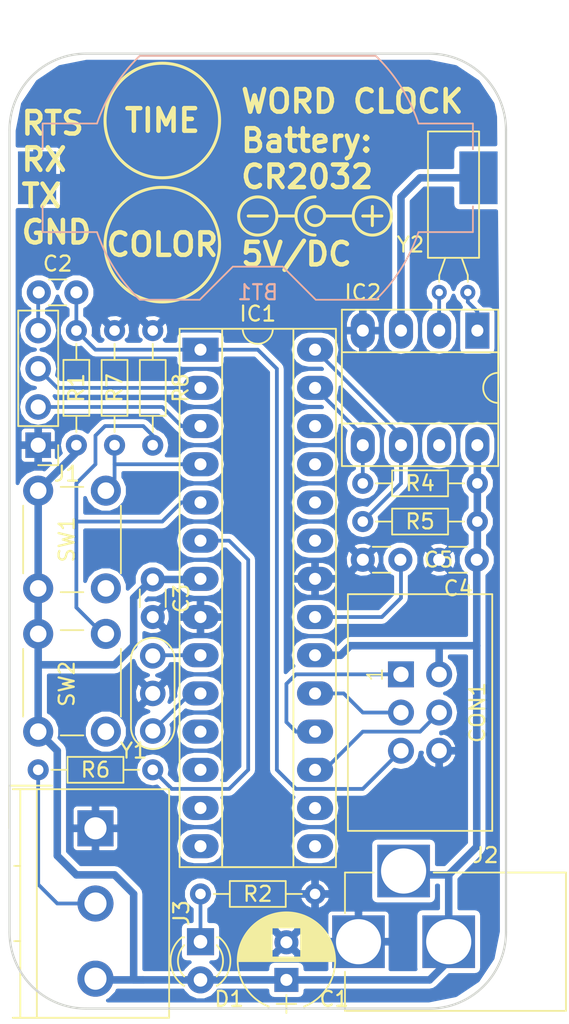
<source format=kicad_pcb>
(kicad_pcb (version 4) (host pcbnew 4.0.7)

  (general
    (links 60)
    (no_connects 3)
    (area 21.514999 112.319999 54.685001 175.970001)
    (thickness 1.6)
    (drawings 25)
    (tracks 126)
    (zones 0)
    (modules 24)
    (nets 34)
  )

  (page A4)
  (layers
    (0 F.Cu signal)
    (31 B.Cu signal)
    (32 B.Adhes user)
    (33 F.Adhes user)
    (34 B.Paste user)
    (35 F.Paste user)
    (36 B.SilkS user)
    (37 F.SilkS user)
    (38 B.Mask user)
    (39 F.Mask user)
    (40 Dwgs.User user)
    (41 Cmts.User user)
    (42 Eco1.User user)
    (43 Eco2.User user)
    (44 Edge.Cuts user)
    (45 Margin user)
    (46 B.CrtYd user)
    (47 F.CrtYd user)
    (48 B.Fab user)
    (49 F.Fab user hide)
  )

  (setup
    (last_trace_width 0.25)
    (trace_clearance 0.2)
    (zone_clearance 0.3302)
    (zone_45_only no)
    (trace_min 0.2)
    (segment_width 0.2)
    (edge_width 0.15)
    (via_size 0.6)
    (via_drill 0.4)
    (via_min_size 0.4)
    (via_min_drill 0.3)
    (uvia_size 0.3)
    (uvia_drill 0.1)
    (uvias_allowed no)
    (uvia_min_size 0)
    (uvia_min_drill 0)
    (pcb_text_width 0.3)
    (pcb_text_size 1.5 1.5)
    (mod_edge_width 0.15)
    (mod_text_size 1 1)
    (mod_text_width 0.15)
    (pad_size 3.5 3.5)
    (pad_drill 3)
    (pad_to_mask_clearance 0.2)
    (aux_axis_origin 0 0)
    (visible_elements FFFFFFFF)
    (pcbplotparams
      (layerselection 0x00030_80000001)
      (usegerberextensions false)
      (excludeedgelayer true)
      (linewidth 0.100000)
      (plotframeref false)
      (viasonmask false)
      (mode 1)
      (useauxorigin false)
      (hpglpennumber 1)
      (hpglpenspeed 20)
      (hpglpendiameter 15)
      (hpglpenoverlay 2)
      (psnegative false)
      (psa4output false)
      (plotreference true)
      (plotvalue true)
      (plotinvisibletext false)
      (padsonsilk false)
      (subtractmaskfromsilk false)
      (outputformat 1)
      (mirror false)
      (drillshape 1)
      (scaleselection 1)
      (outputdirectory ""))
  )

  (net 0 "")
  (net 1 "Net-(BT1-Pad1)")
  (net 2 GND)
  (net 3 /RST)
  (net 4 /R7S)
  (net 5 /MISO)
  (net 6 +5V)
  (net 7 /SCK)
  (net 8 /MOSI)
  (net 9 /RX)
  (net 10 /TX)
  (net 11 TIME)
  (net 12 COLOR)
  (net 13 /SDA)
  (net 14 WS2812)
  (net 15 /SCL)
  (net 16 "Net-(IC2-Pad1)")
  (net 17 "Net-(IC2-Pad2)")
  (net 18 "Net-(IC2-Pad7)")
  (net 19 "Net-(J3-Pad2)")
  (net 20 "Net-(D1-Pad1)")
  (net 21 "Net-(C5-Pad1)")
  (net 22 "Net-(IC1-Pad15)")
  (net 23 "Net-(IC1-Pad16)")
  (net 24 "Net-(IC1-Pad9)")
  (net 25 "Net-(IC1-Pad23)")
  (net 26 "Net-(IC1-Pad10)")
  (net 27 "Net-(IC1-Pad24)")
  (net 28 "Net-(IC1-Pad11)")
  (net 29 "Net-(IC1-Pad25)")
  (net 30 "Net-(IC1-Pad12)")
  (net 31 "Net-(IC1-Pad26)")
  (net 32 "Net-(IC1-Pad13)")
  (net 33 "Net-(IC1-Pad14)")

  (net_class Default "This is the default net class."
    (clearance 0.2)
    (trace_width 0.25)
    (via_dia 0.6)
    (via_drill 0.4)
    (uvia_dia 0.3)
    (uvia_drill 0.1)
    (add_net /MISO)
    (add_net /MOSI)
    (add_net /R7S)
    (add_net /RST)
    (add_net /RX)
    (add_net /SCK)
    (add_net /SCL)
    (add_net /SDA)
    (add_net /TX)
    (add_net COLOR)
    (add_net "Net-(C5-Pad1)")
    (add_net "Net-(D1-Pad1)")
    (add_net "Net-(IC1-Pad10)")
    (add_net "Net-(IC1-Pad11)")
    (add_net "Net-(IC1-Pad12)")
    (add_net "Net-(IC1-Pad13)")
    (add_net "Net-(IC1-Pad14)")
    (add_net "Net-(IC1-Pad15)")
    (add_net "Net-(IC1-Pad16)")
    (add_net "Net-(IC1-Pad23)")
    (add_net "Net-(IC1-Pad24)")
    (add_net "Net-(IC1-Pad25)")
    (add_net "Net-(IC1-Pad26)")
    (add_net "Net-(IC1-Pad9)")
    (add_net "Net-(IC2-Pad1)")
    (add_net "Net-(IC2-Pad2)")
    (add_net "Net-(IC2-Pad7)")
    (add_net "Net-(J3-Pad2)")
    (add_net TIME)
    (add_net WS2812)
  )

  (net_class Power ""
    (clearance 0.2)
    (trace_width 0.5)
    (via_dia 0.6)
    (via_drill 0.4)
    (uvia_dia 0.3)
    (uvia_drill 0.1)
    (add_net +5V)
    (add_net GND)
    (add_net "Net-(BT1-Pad1)")
  )

  (module Resistors_THT:R_Axial_DIN0204_L3.6mm_D1.6mm_P7.62mm_Horizontal (layer F.Cu) (tedit 5874F706) (tstamp 5A1B13D1)
    (at 26.035 130.81 270)
    (descr "Resistor, Axial_DIN0204 series, Axial, Horizontal, pin pitch=7.62mm, 0.16666666666666666W = 1/6W, length*diameter=3.6*1.6mm^2, http://cdn-reichelt.de/documents/datenblatt/B400/1_4W%23YAG.pdf")
    (tags "Resistor Axial_DIN0204 series Axial Horizontal pin pitch 7.62mm 0.16666666666666666W = 1/6W length 3.6mm diameter 1.6mm")
    (path /5A1AE280)
    (fp_text reference R1 (at 3.81 0 270) (layer F.SilkS)
      (effects (font (size 1 1) (thickness 0.15)))
    )
    (fp_text value 10k (at 3.81 1.86 270) (layer F.Fab)
      (effects (font (size 1 1) (thickness 0.15)))
    )
    (fp_line (start 2.01 -0.8) (end 2.01 0.8) (layer F.Fab) (width 0.1))
    (fp_line (start 2.01 0.8) (end 5.61 0.8) (layer F.Fab) (width 0.1))
    (fp_line (start 5.61 0.8) (end 5.61 -0.8) (layer F.Fab) (width 0.1))
    (fp_line (start 5.61 -0.8) (end 2.01 -0.8) (layer F.Fab) (width 0.1))
    (fp_line (start 0 0) (end 2.01 0) (layer F.Fab) (width 0.1))
    (fp_line (start 7.62 0) (end 5.61 0) (layer F.Fab) (width 0.1))
    (fp_line (start 1.95 -0.86) (end 1.95 0.86) (layer F.SilkS) (width 0.12))
    (fp_line (start 1.95 0.86) (end 5.67 0.86) (layer F.SilkS) (width 0.12))
    (fp_line (start 5.67 0.86) (end 5.67 -0.86) (layer F.SilkS) (width 0.12))
    (fp_line (start 5.67 -0.86) (end 1.95 -0.86) (layer F.SilkS) (width 0.12))
    (fp_line (start 0.88 0) (end 1.95 0) (layer F.SilkS) (width 0.12))
    (fp_line (start 6.74 0) (end 5.67 0) (layer F.SilkS) (width 0.12))
    (fp_line (start -0.95 -1.15) (end -0.95 1.15) (layer F.CrtYd) (width 0.05))
    (fp_line (start -0.95 1.15) (end 8.6 1.15) (layer F.CrtYd) (width 0.05))
    (fp_line (start 8.6 1.15) (end 8.6 -1.15) (layer F.CrtYd) (width 0.05))
    (fp_line (start 8.6 -1.15) (end -0.95 -1.15) (layer F.CrtYd) (width 0.05))
    (pad 1 thru_hole circle (at 0 0 270) (size 1.4 1.4) (drill 0.7) (layers *.Cu *.Mask)
      (net 3 /RST))
    (pad 2 thru_hole oval (at 7.62 0 270) (size 1.4 1.4) (drill 0.7) (layers *.Cu *.Mask)
      (net 6 +5V))
    (model ${KISYS3DMOD}/Resistors_THT.3dshapes/R_Axial_DIN0204_L3.6mm_D1.6mm_P7.62mm_Horizontal.wrl
      (at (xyz 0 0 0))
      (scale (xyz 0.393701 0.393701 0.393701))
      (rotate (xyz 0 0 0))
    )
  )

  (module Battery_Holders:Keystone_1058_1x2032-CoinCell (layer B.Cu) (tedit 589EE147) (tstamp 5A1B138D)
    (at 38.1 120.65 180)
    (descr http://www.keyelco.com/product-pdf.cfm?p=14028)
    (tags "Keystone type 1058 coin cell retainer")
    (path /5A1B13D6)
    (attr smd)
    (fp_text reference BT1 (at 0 -7.62 180) (layer B.SilkS)
      (effects (font (size 1 1) (thickness 0.15)) (justify mirror))
    )
    (fp_text value Battery_Cell (at 0 9.398 180) (layer B.Fab)
      (effects (font (size 1 1) (thickness 0.15)) (justify mirror))
    )
    (fp_arc (start 0 0) (end 11.06 -4.11) (angle -139.2) (layer B.CrtYd) (width 0.05))
    (fp_arc (start 0 0) (end -11.06 4.11) (angle -139.2) (layer B.CrtYd) (width 0.05))
    (fp_line (start 11.06 -4.11) (end 16.45 -4.11) (layer B.CrtYd) (width 0.05))
    (fp_line (start 16.45 -4.11) (end 16.45 4.11) (layer B.CrtYd) (width 0.05))
    (fp_line (start 16.45 4.11) (end 11.06 4.11) (layer B.CrtYd) (width 0.05))
    (fp_line (start -16.45 4.11) (end -11.06 4.11) (layer B.CrtYd) (width 0.05))
    (fp_line (start -16.45 4.11) (end -16.45 -4.11) (layer B.CrtYd) (width 0.05))
    (fp_line (start -16.45 -4.11) (end -11.06 -4.11) (layer B.CrtYd) (width 0.05))
    (fp_arc (start 0 0) (end -10.692 -3.61) (angle 27.3) (layer B.SilkS) (width 0.12))
    (fp_arc (start 0 0) (end 10.692 3.61) (angle 27.3) (layer B.SilkS) (width 0.12))
    (fp_arc (start 0 0) (end 10.692 -3.61) (angle -27.3) (layer B.SilkS) (width 0.12))
    (fp_arc (start 0 0) (end -10.692 3.61) (angle -27.3) (layer B.SilkS) (width 0.12))
    (fp_line (start -14.31 -1.9) (end -14.31 -3.61) (layer B.SilkS) (width 0.12))
    (fp_line (start -10.692 -3.61) (end -14.31 -3.61) (layer B.SilkS) (width 0.12))
    (fp_line (start -3.86 -8.11) (end -7.8473 -8.11) (layer B.SilkS) (width 0.12))
    (fp_line (start -1.66 -5.91) (end -3.86 -8.11) (layer B.SilkS) (width 0.12))
    (fp_line (start 1.66 -5.91) (end -1.66 -5.91) (layer B.SilkS) (width 0.12))
    (fp_line (start 1.66 -5.91) (end 3.86 -8.11) (layer B.SilkS) (width 0.12))
    (fp_line (start 7.8473 -8.11) (end 3.86 -8.11) (layer B.SilkS) (width 0.12))
    (fp_line (start 14.31 -1.9) (end 14.31 -3.61) (layer B.SilkS) (width 0.12))
    (fp_line (start 14.31 -3.61) (end 10.692 -3.61) (layer B.SilkS) (width 0.12))
    (fp_line (start 10.692 3.61) (end 14.31 3.61) (layer B.SilkS) (width 0.12))
    (fp_line (start 14.31 1.9) (end 14.31 3.61) (layer B.SilkS) (width 0.12))
    (fp_line (start -7.8473 8.11) (end 7.8473 8.11) (layer B.SilkS) (width 0.12))
    (fp_line (start -14.31 1.9) (end -14.31 3.61) (layer B.SilkS) (width 0.12))
    (fp_line (start -14.31 3.61) (end -10.692 3.61) (layer B.SilkS) (width 0.12))
    (fp_arc (start 0 0) (end -10.61275 -3.5) (angle 27.4635) (layer B.Fab) (width 0.1))
    (fp_arc (start 0 0) (end 10.61275 3.5) (angle 27.4635) (layer B.Fab) (width 0.1))
    (fp_arc (start 0 0) (end 10.61275 -3.5) (angle -27.4635) (layer B.Fab) (width 0.1))
    (fp_line (start 14.2 -1.9) (end 14.2 -3.5) (layer B.Fab) (width 0.1))
    (fp_line (start 14.2 -3.5) (end 10.61275 -3.5) (layer B.Fab) (width 0.1))
    (fp_line (start 10.61275 3.5) (end 14.2 3.5) (layer B.Fab) (width 0.1))
    (fp_line (start 14.2 3.5) (end 14.2 1.9) (layer B.Fab) (width 0.1))
    (fp_line (start -14.2 -1.9) (end -14.2 -3.5) (layer B.Fab) (width 0.1))
    (fp_line (start -14.2 -3.5) (end -10.61275 -3.5) (layer B.Fab) (width 0.1))
    (fp_line (start 3.9 -8) (end 7.8026 -8) (layer B.Fab) (width 0.1))
    (fp_line (start 1.7 -5.8) (end 3.9 -8) (layer B.Fab) (width 0.1))
    (fp_line (start -1.7 -5.8) (end -3.9 -8) (layer B.Fab) (width 0.1))
    (fp_line (start -1.7 -5.8) (end 1.7 -5.8) (layer B.Fab) (width 0.1))
    (fp_line (start -14.2 3.5) (end -10.61275 3.5) (layer B.Fab) (width 0.1))
    (fp_line (start -14.2 3.5) (end -14.2 1.9) (layer B.Fab) (width 0.1))
    (fp_line (start -3.9 -8) (end -7.8026 -8) (layer B.Fab) (width 0.1))
    (fp_line (start -7.8026 8) (end 7.8026 8) (layer B.Fab) (width 0.1))
    (fp_arc (start 0 0) (end -10.61275 3.5) (angle -27.4635) (layer B.Fab) (width 0.1))
    (fp_circle (center 0 0) (end 10 0) (layer Dwgs.User) (width 0.15))
    (pad 1 smd rect (at -14.68 0 180) (size 2.54 3.51) (layers B.Cu B.Paste B.Mask)
      (net 1 "Net-(BT1-Pad1)"))
    (pad 2 smd rect (at 14.68 0 180) (size 2.54 3.51) (layers B.Cu B.Paste B.Mask)
      (net 2 GND))
  )

  (module Crystals:Crystal_C18-LF_d3.0mm_l8.0mm_Horizontal (layer F.Cu) (tedit 58CD2FDC) (tstamp 5A1B1432)
    (at 52.07 128.27 180)
    (descr "Crystal THT C18-LF 8.0mm length 3.0mm diameter")
    (tags ['C18-LF'])
    (path /5A1B1062)
    (fp_text reference Y2 (at 3.81 3.175 180) (layer F.SilkS)
      (effects (font (size 1 1) (thickness 0.15)))
    )
    (fp_text value 32.7680kHz (at 3.97 2.25 270) (layer F.Fab)
      (effects (font (size 1 1) (thickness 0.15)))
    )
    (fp_text user %R (at 1.25 6.5 270) (layer F.Fab)
      (effects (font (size 0.7 0.7) (thickness 0.105)))
    )
    (fp_line (start -0.55 2.5) (end -0.55 10.5) (layer F.Fab) (width 0.1))
    (fp_line (start -0.55 10.5) (end 2.45 10.5) (layer F.Fab) (width 0.1))
    (fp_line (start 2.45 10.5) (end 2.45 2.5) (layer F.Fab) (width 0.1))
    (fp_line (start 2.45 2.5) (end -0.55 2.5) (layer F.Fab) (width 0.1))
    (fp_line (start 0.405 2.5) (end 0 1.25) (layer F.Fab) (width 0.1))
    (fp_line (start 0 1.25) (end 0 0) (layer F.Fab) (width 0.1))
    (fp_line (start 1.495 2.5) (end 1.9 1.25) (layer F.Fab) (width 0.1))
    (fp_line (start 1.9 1.25) (end 1.9 0) (layer F.Fab) (width 0.1))
    (fp_line (start -0.75 2.3) (end -0.75 10.7) (layer F.SilkS) (width 0.12))
    (fp_line (start -0.75 10.7) (end 2.65 10.7) (layer F.SilkS) (width 0.12))
    (fp_line (start 2.65 10.7) (end 2.65 2.3) (layer F.SilkS) (width 0.12))
    (fp_line (start 2.65 2.3) (end -0.75 2.3) (layer F.SilkS) (width 0.12))
    (fp_line (start 0.405 2.3) (end 0 1.15) (layer F.SilkS) (width 0.12))
    (fp_line (start 0 1.15) (end 0 0.7) (layer F.SilkS) (width 0.12))
    (fp_line (start 1.495 2.3) (end 1.9 1.15) (layer F.SilkS) (width 0.12))
    (fp_line (start 1.9 1.15) (end 1.9 0.7) (layer F.SilkS) (width 0.12))
    (fp_line (start -1.3 -0.8) (end -1.3 11.3) (layer F.CrtYd) (width 0.05))
    (fp_line (start -1.3 11.3) (end 3.2 11.3) (layer F.CrtYd) (width 0.05))
    (fp_line (start 3.2 11.3) (end 3.2 -0.8) (layer F.CrtYd) (width 0.05))
    (fp_line (start 3.2 -0.8) (end -1.3 -0.8) (layer F.CrtYd) (width 0.05))
    (pad 1 thru_hole circle (at 0 0 180) (size 1 1) (drill 0.5) (layers *.Cu *.Mask)
      (net 16 "Net-(IC2-Pad1)"))
    (pad 2 thru_hole circle (at 1.9 0 180) (size 1 1) (drill 0.5) (layers *.Cu *.Mask)
      (net 17 "Net-(IC2-Pad2)"))
    (model ${KISYS3DMOD}/Crystals.3dshapes/Crystal_C18-LF_d3.0mm_l8.0mm_Horizontal.wrl
      (at (xyz 0 0 0))
      (scale (xyz 0.393701 0.393701 0.393701))
      (rotate (xyz 0 0 0))
    )
  )

  (module Capacitors_THT:C_Disc_D3.0mm_W1.6mm_P2.50mm (layer F.Cu) (tedit 597BC7C2) (tstamp 5A1B1393)
    (at 31.115 147.36 270)
    (descr "C, Disc series, Radial, pin pitch=2.50mm, , diameter*width=3.0*1.6mm^2, Capacitor, http://www.vishay.com/docs/45233/krseries.pdf")
    (tags "C Disc series Radial pin pitch 2.50mm  diameter 3.0mm width 1.6mm Capacitor")
    (path /5A1B87EF)
    (fp_text reference C3 (at 1.27 -1.905 270) (layer F.SilkS)
      (effects (font (size 1 1) (thickness 0.15)))
    )
    (fp_text value 100n (at 1.25 2.11 270) (layer F.Fab)
      (effects (font (size 1 1) (thickness 0.15)))
    )
    (fp_line (start -0.25 -0.8) (end -0.25 0.8) (layer F.Fab) (width 0.1))
    (fp_line (start -0.25 0.8) (end 2.75 0.8) (layer F.Fab) (width 0.1))
    (fp_line (start 2.75 0.8) (end 2.75 -0.8) (layer F.Fab) (width 0.1))
    (fp_line (start 2.75 -0.8) (end -0.25 -0.8) (layer F.Fab) (width 0.1))
    (fp_line (start 0.663 -0.861) (end 1.837 -0.861) (layer F.SilkS) (width 0.12))
    (fp_line (start 0.663 0.861) (end 1.837 0.861) (layer F.SilkS) (width 0.12))
    (fp_line (start -1.05 -1.15) (end -1.05 1.15) (layer F.CrtYd) (width 0.05))
    (fp_line (start -1.05 1.15) (end 3.55 1.15) (layer F.CrtYd) (width 0.05))
    (fp_line (start 3.55 1.15) (end 3.55 -1.15) (layer F.CrtYd) (width 0.05))
    (fp_line (start 3.55 -1.15) (end -1.05 -1.15) (layer F.CrtYd) (width 0.05))
    (fp_text user %R (at 1.25 0 270) (layer F.Fab)
      (effects (font (size 1 1) (thickness 0.15)))
    )
    (pad 1 thru_hole circle (at 0 0 270) (size 1.6 1.6) (drill 0.8) (layers *.Cu *.Mask)
      (net 6 +5V))
    (pad 2 thru_hole circle (at 2.5 0 270) (size 1.6 1.6) (drill 0.8) (layers *.Cu *.Mask)
      (net 2 GND))
    (model ${KISYS3DMOD}/Capacitors_THT.3dshapes/C_Disc_D3.0mm_W1.6mm_P2.50mm.wrl
      (at (xyz 0 0 0))
      (scale (xyz 1 1 1))
      (rotate (xyz 0 0 0))
    )
  )

  (module Capacitors_THT:C_Disc_D3.0mm_W1.6mm_P2.50mm (layer F.Cu) (tedit 597BC7C2) (tstamp 5A1B1399)
    (at 26.035 128.27 180)
    (descr "C, Disc series, Radial, pin pitch=2.50mm, , diameter*width=3.0*1.6mm^2, Capacitor, http://www.vishay.com/docs/45233/krseries.pdf")
    (tags "C Disc series Radial pin pitch 2.50mm  diameter 3.0mm width 1.6mm Capacitor")
    (path /5A1AE383)
    (fp_text reference C2 (at 1.25 1.905 180) (layer F.SilkS)
      (effects (font (size 1 1) (thickness 0.15)))
    )
    (fp_text value 100n (at 1.25 2.11 180) (layer F.Fab)
      (effects (font (size 1 1) (thickness 0.15)))
    )
    (fp_line (start -0.25 -0.8) (end -0.25 0.8) (layer F.Fab) (width 0.1))
    (fp_line (start -0.25 0.8) (end 2.75 0.8) (layer F.Fab) (width 0.1))
    (fp_line (start 2.75 0.8) (end 2.75 -0.8) (layer F.Fab) (width 0.1))
    (fp_line (start 2.75 -0.8) (end -0.25 -0.8) (layer F.Fab) (width 0.1))
    (fp_line (start 0.663 -0.861) (end 1.837 -0.861) (layer F.SilkS) (width 0.12))
    (fp_line (start 0.663 0.861) (end 1.837 0.861) (layer F.SilkS) (width 0.12))
    (fp_line (start -1.05 -1.15) (end -1.05 1.15) (layer F.CrtYd) (width 0.05))
    (fp_line (start -1.05 1.15) (end 3.55 1.15) (layer F.CrtYd) (width 0.05))
    (fp_line (start 3.55 1.15) (end 3.55 -1.15) (layer F.CrtYd) (width 0.05))
    (fp_line (start 3.55 -1.15) (end -1.05 -1.15) (layer F.CrtYd) (width 0.05))
    (fp_text user %R (at 1.25 0 180) (layer F.Fab)
      (effects (font (size 1 1) (thickness 0.15)))
    )
    (pad 1 thru_hole circle (at 0 0 180) (size 1.6 1.6) (drill 0.8) (layers *.Cu *.Mask)
      (net 3 /RST))
    (pad 2 thru_hole circle (at 2.5 0 180) (size 1.6 1.6) (drill 0.8) (layers *.Cu *.Mask)
      (net 4 /R7S))
    (model ${KISYS3DMOD}/Capacitors_THT.3dshapes/C_Disc_D3.0mm_W1.6mm_P2.50mm.wrl
      (at (xyz 0 0 0))
      (scale (xyz 1 1 1))
      (rotate (xyz 0 0 0))
    )
  )

  (module Connectors:IDC_Header_Straight_6pins (layer F.Cu) (tedit 584BD5A1) (tstamp 5A1B13A3)
    (at 47.625 153.67 270)
    (descr "6 pins through hole IDC header")
    (tags "IDC header socket VASCH AVR ISP")
    (path /5A1AE4B7)
    (fp_text reference CON1 (at 2.54 -5.08 270) (layer F.SilkS)
      (effects (font (size 1 1) (thickness 0.15)))
    )
    (fp_text value AVR-ISP-6 (at 3 5 270) (layer F.Fab)
      (effects (font (size 1 1) (thickness 0.15)))
    )
    (fp_line (start -5.08 -5.82) (end 10.16 -5.82) (layer F.Fab) (width 0.1))
    (fp_line (start -4.54 -5.27) (end 9.6 -5.27) (layer F.Fab) (width 0.1))
    (fp_line (start -5.08 3.28) (end 10.16 3.28) (layer F.Fab) (width 0.1))
    (fp_line (start -4.54 2.73) (end 0.29 2.73) (layer F.Fab) (width 0.1))
    (fp_line (start 4.79 2.73) (end 9.6 2.73) (layer F.Fab) (width 0.1))
    (fp_line (start 0.29 2.73) (end 0.29 3.28) (layer F.Fab) (width 0.1))
    (fp_line (start 4.79 2.73) (end 4.79 3.28) (layer F.Fab) (width 0.1))
    (fp_line (start -5.08 -5.82) (end -5.08 3.28) (layer F.Fab) (width 0.1))
    (fp_line (start -4.54 -5.27) (end -4.54 2.73) (layer F.Fab) (width 0.1))
    (fp_line (start 10.16 -5.82) (end 10.16 3.28) (layer F.Fab) (width 0.1))
    (fp_line (start 9.6 -5.27) (end 9.6 2.73) (layer F.Fab) (width 0.1))
    (fp_line (start -5.08 -5.82) (end -4.54 -5.27) (layer F.Fab) (width 0.1))
    (fp_line (start 10.16 -5.82) (end 9.6 -5.27) (layer F.Fab) (width 0.1))
    (fp_line (start -5.08 3.28) (end -4.54 2.73) (layer F.Fab) (width 0.1))
    (fp_line (start 10.16 3.28) (end 9.6 2.73) (layer F.Fab) (width 0.1))
    (fp_line (start -5.58 -6.32) (end 10.66 -6.32) (layer F.CrtYd) (width 0.05))
    (fp_line (start 10.66 -6.32) (end 10.66 3.78) (layer F.CrtYd) (width 0.05))
    (fp_line (start 10.66 3.78) (end -5.58 3.78) (layer F.CrtYd) (width 0.05))
    (fp_line (start -5.58 3.78) (end -5.58 -6.32) (layer F.CrtYd) (width 0.05))
    (fp_text user 1 (at 0.02 1.72 270) (layer F.SilkS)
      (effects (font (size 1 1) (thickness 0.12)))
    )
    (fp_line (start -5.33 -6.07) (end 10.41 -6.07) (layer F.SilkS) (width 0.12))
    (fp_line (start 10.41 -6.07) (end 10.41 3.53) (layer F.SilkS) (width 0.12))
    (fp_line (start 10.41 3.53) (end -5.33 3.53) (layer F.SilkS) (width 0.12))
    (fp_line (start -5.33 3.53) (end -5.33 -6.07) (layer F.SilkS) (width 0.12))
    (pad 1 thru_hole rect (at 0 0 270) (size 1.7272 1.7272) (drill 1.016) (layers *.Cu *.Mask)
      (net 5 /MISO))
    (pad 2 thru_hole oval (at 0 -2.54 270) (size 1.7272 1.7272) (drill 1.016) (layers *.Cu *.Mask)
      (net 6 +5V))
    (pad 3 thru_hole oval (at 2.54 0 270) (size 1.7272 1.7272) (drill 1.016) (layers *.Cu *.Mask)
      (net 7 /SCK))
    (pad 4 thru_hole oval (at 2.54 -2.54 270) (size 1.7272 1.7272) (drill 1.016) (layers *.Cu *.Mask)
      (net 8 /MOSI))
    (pad 5 thru_hole oval (at 5.08 0 270) (size 1.7272 1.7272) (drill 1.016) (layers *.Cu *.Mask)
      (net 3 /RST))
    (pad 6 thru_hole oval (at 5.08 -2.54 270) (size 1.7272 1.7272) (drill 1.016) (layers *.Cu *.Mask)
      (net 2 GND))
  )

  (module Pin_Headers:Pin_Header_Straight_1x04_Pitch2.54mm (layer F.Cu) (tedit 59650532) (tstamp 5A1B13B1)
    (at 23.495 138.43 180)
    (descr "Through hole straight pin header, 1x04, 2.54mm pitch, single row")
    (tags "Through hole pin header THT 1x04 2.54mm single row")
    (path /5A1AF005)
    (fp_text reference J1 (at -1.905 -1.905 180) (layer F.SilkS)
      (effects (font (size 1 1) (thickness 0.15)))
    )
    (fp_text value UAR7 (at 0 9.95 180) (layer F.Fab)
      (effects (font (size 1 1) (thickness 0.15)))
    )
    (fp_line (start -0.635 -1.27) (end 1.27 -1.27) (layer F.Fab) (width 0.1))
    (fp_line (start 1.27 -1.27) (end 1.27 8.89) (layer F.Fab) (width 0.1))
    (fp_line (start 1.27 8.89) (end -1.27 8.89) (layer F.Fab) (width 0.1))
    (fp_line (start -1.27 8.89) (end -1.27 -0.635) (layer F.Fab) (width 0.1))
    (fp_line (start -1.27 -0.635) (end -0.635 -1.27) (layer F.Fab) (width 0.1))
    (fp_line (start -1.33 8.95) (end 1.33 8.95) (layer F.SilkS) (width 0.12))
    (fp_line (start -1.33 1.27) (end -1.33 8.95) (layer F.SilkS) (width 0.12))
    (fp_line (start 1.33 1.27) (end 1.33 8.95) (layer F.SilkS) (width 0.12))
    (fp_line (start -1.33 1.27) (end 1.33 1.27) (layer F.SilkS) (width 0.12))
    (fp_line (start -1.33 0) (end -1.33 -1.33) (layer F.SilkS) (width 0.12))
    (fp_line (start -1.33 -1.33) (end 0 -1.33) (layer F.SilkS) (width 0.12))
    (fp_line (start -1.8 -1.8) (end -1.8 9.4) (layer F.CrtYd) (width 0.05))
    (fp_line (start -1.8 9.4) (end 1.8 9.4) (layer F.CrtYd) (width 0.05))
    (fp_line (start 1.8 9.4) (end 1.8 -1.8) (layer F.CrtYd) (width 0.05))
    (fp_line (start 1.8 -1.8) (end -1.8 -1.8) (layer F.CrtYd) (width 0.05))
    (fp_text user %R (at 0 3.81 270) (layer F.Fab)
      (effects (font (size 1 1) (thickness 0.15)))
    )
    (pad 1 thru_hole rect (at 0 0 180) (size 1.7 1.7) (drill 1) (layers *.Cu *.Mask)
      (net 2 GND))
    (pad 2 thru_hole oval (at 0 2.54 180) (size 1.7 1.7) (drill 1) (layers *.Cu *.Mask)
      (net 10 /TX))
    (pad 3 thru_hole oval (at 0 5.08 180) (size 1.7 1.7) (drill 1) (layers *.Cu *.Mask)
      (net 9 /RX))
    (pad 4 thru_hole oval (at 0 7.62 180) (size 1.7 1.7) (drill 1) (layers *.Cu *.Mask)
      (net 4 /R7S))
    (model ${KISYS3DMOD}/Pin_Headers.3dshapes/Pin_Header_Straight_1x04_Pitch2.54mm.wrl
      (at (xyz 0 0 0))
      (scale (xyz 1 1 1))
      (rotate (xyz 0 0 0))
    )
  )

  (module Connectors:BARREL_JACK (layer F.Cu) (tedit 5A1BF610) (tstamp 5A1B13B8)
    (at 44.8 171.45 180)
    (descr "DC Barrel Jack")
    (tags "Power Jack")
    (path /5A1AED6A)
    (fp_text reference J2 (at -8.45 5.75 360) (layer F.SilkS)
      (effects (font (size 1 1) (thickness 0.15)))
    )
    (fp_text value Jack-DC (at -6.2 -5.5 180) (layer F.Fab)
      (effects (font (size 1 1) (thickness 0.15)))
    )
    (fp_line (start 1 -4.5) (end 1 -4.75) (layer F.CrtYd) (width 0.05))
    (fp_line (start 1 -4.75) (end -14 -4.75) (layer F.CrtYd) (width 0.05))
    (fp_line (start 1 -4.5) (end 1 -2) (layer F.CrtYd) (width 0.05))
    (fp_line (start 1 -2) (end 2 -2) (layer F.CrtYd) (width 0.05))
    (fp_line (start 2 -2) (end 2 2) (layer F.CrtYd) (width 0.05))
    (fp_line (start 2 2) (end 1 2) (layer F.CrtYd) (width 0.05))
    (fp_line (start 1 2) (end 1 4.75) (layer F.CrtYd) (width 0.05))
    (fp_line (start 1 4.75) (end -1 4.75) (layer F.CrtYd) (width 0.05))
    (fp_line (start -1 4.75) (end -1 6.75) (layer F.CrtYd) (width 0.05))
    (fp_line (start -1 6.75) (end -5 6.75) (layer F.CrtYd) (width 0.05))
    (fp_line (start -5 6.75) (end -5 4.75) (layer F.CrtYd) (width 0.05))
    (fp_line (start -5 4.75) (end -14 4.75) (layer F.CrtYd) (width 0.05))
    (fp_line (start -14 4.75) (end -14 -4.75) (layer F.CrtYd) (width 0.05))
    (fp_line (start -5 4.6) (end -13.8 4.6) (layer F.SilkS) (width 0.12))
    (fp_line (start -13.8 4.6) (end -13.8 -4.6) (layer F.SilkS) (width 0.12))
    (fp_line (start 0.9 1.9) (end 0.9 4.6) (layer F.SilkS) (width 0.12))
    (fp_line (start 0.9 4.6) (end -1 4.6) (layer F.SilkS) (width 0.12))
    (fp_line (start -13.8 -4.6) (end 0.9 -4.6) (layer F.SilkS) (width 0.12))
    (fp_line (start 0.9 -4.6) (end 0.9 -2) (layer F.SilkS) (width 0.12))
    (fp_line (start -10.2 -4.5) (end -10.2 4.5) (layer F.Fab) (width 0.1))
    (fp_line (start -13.7 -4.5) (end -13.7 4.5) (layer F.Fab) (width 0.1))
    (fp_line (start -13.7 4.5) (end 0.8 4.5) (layer F.Fab) (width 0.1))
    (fp_line (start 0.8 4.5) (end 0.8 -4.5) (layer F.Fab) (width 0.1))
    (fp_line (start 0.8 -4.5) (end -13.7 -4.5) (layer F.Fab) (width 0.1))
    (pad 1 thru_hole rect (at 0 0 180) (size 3.5 3.5) (drill 3) (layers *.Cu *.Mask)
      (net 2 GND))
    (pad 2 thru_hole rect (at -6 0 180) (size 3.5 3.5) (drill 3) (layers *.Cu *.Mask)
      (net 6 +5V))
    (pad 3 thru_hole rect (at -3 4.7 180) (size 3.5 3.5) (drill 3) (layers *.Cu *.Mask)
      (net 6 +5V))
  )

  (module Connectors_Terminal_Blocks:TerminalBlock_Philmore_TB133_03x5mm_Straight (layer F.Cu) (tedit 59661312) (tstamp 5A1B13BF)
    (at 27.305 163.91 270)
    (descr "3-way 5.0mm pitch terminal block, http://www.philmore-datak.com/mc/Page%20197.pdf")
    (tags "screw terminal block")
    (path /5A1AECD6)
    (fp_text reference J3 (at 5.635 -5.715 270) (layer F.SilkS)
      (effects (font (size 1 1) (thickness 0.15)))
    )
    (fp_text value "Neo Pixel" (at 5 6.9 270) (layer F.Fab)
      (effects (font (size 1 1) (thickness 0.15)))
    )
    (fp_line (start -3 -5.3) (end -3 5.9) (layer F.CrtYd) (width 0.05))
    (fp_line (start -3 5.9) (end 13 5.9) (layer F.CrtYd) (width 0.05))
    (fp_line (start 13 5.9) (end 13 -5.3) (layer F.CrtYd) (width 0.05))
    (fp_line (start 13 -5.3) (end -3 -5.3) (layer F.CrtYd) (width 0.05))
    (fp_line (start -2.5 3.9) (end 12.5 3.9) (layer F.Fab) (width 0.1))
    (fp_line (start -2.5 5) (end 12.5 5) (layer F.Fab) (width 0.1))
    (fp_line (start -2.5 5.4) (end -2.5 -4.8) (layer F.Fab) (width 0.1))
    (fp_line (start -2.5 -4.8) (end 12.5 -4.8) (layer F.Fab) (width 0.1))
    (fp_line (start 12.5 -4.8) (end 12.5 5.4) (layer F.Fab) (width 0.1))
    (fp_line (start 2.5 5) (end 2.5 5.4) (layer F.Fab) (width 0.1))
    (fp_line (start 7.5 5) (end 7.5 5.4) (layer F.Fab) (width 0.1))
    (fp_line (start -2.84 2.9) (end -2.84 5.74) (layer F.Fab) (width 0.1))
    (fp_line (start -2.84 5.74) (end 0 5.74) (layer F.Fab) (width 0.1))
    (fp_line (start -2.6 3.9) (end 12.6 3.9) (layer F.SilkS) (width 0.12))
    (fp_line (start -2.6 5) (end 12.6 5) (layer F.SilkS) (width 0.12))
    (fp_line (start -2.6 5.5) (end -2.6 -4.9) (layer F.SilkS) (width 0.12))
    (fp_line (start -2.6 -4.9) (end 12.6 -4.9) (layer F.SilkS) (width 0.12))
    (fp_line (start 12.6 -4.9) (end 12.6 5.5) (layer F.SilkS) (width 0.12))
    (fp_line (start 2.5 5) (end 2.5 5.4) (layer F.SilkS) (width 0.12))
    (fp_line (start 7.5 5) (end 7.5 5.4) (layer F.SilkS) (width 0.12))
    (fp_line (start -2.84 2.9) (end -2.84 5.74) (layer F.SilkS) (width 0.12))
    (fp_line (start -2.84 5.74) (end 0 5.74) (layer F.SilkS) (width 0.12))
    (fp_text user %R (at 5 0.3 270) (layer F.Fab)
      (effects (font (size 1 1) (thickness 0.15)))
    )
    (pad 1 thru_hole rect (at 0 0 270) (size 2.4 2.4) (drill 1.47) (layers *.Cu *.Mask)
      (net 2 GND))
    (pad 2 thru_hole circle (at 5 0 270) (size 2.4 2.4) (drill 1.47) (layers *.Cu *.Mask)
      (net 19 "Net-(J3-Pad2)"))
    (pad 3 thru_hole circle (at 10 0 270) (size 2.4 2.4) (drill 1.47) (layers *.Cu *.Mask)
      (net 6 +5V))
    (model ${KISYS3DMOD}/Connectors_Terminal_Blocks.3dshapes/TerminalBlock_Philmore_TB133_03x5mm_Straight.wrl
      (at (xyz 0 0 0))
      (scale (xyz 1 1 1))
      (rotate (xyz 0 0 0))
    )
  )

  (module Resistors_THT:R_Axial_DIN0204_L3.6mm_D1.6mm_P7.62mm_Horizontal (layer F.Cu) (tedit 5874F706) (tstamp 5A1B13C5)
    (at 28.575 130.81 270)
    (descr "Resistor, Axial_DIN0204 series, Axial, Horizontal, pin pitch=7.62mm, 0.16666666666666666W = 1/6W, length*diameter=3.6*1.6mm^2, http://cdn-reichelt.de/documents/datenblatt/B400/1_4W%23YAG.pdf")
    (tags "Resistor Axial_DIN0204 series Axial Horizontal pin pitch 7.62mm 0.16666666666666666W = 1/6W length 3.6mm diameter 1.6mm")
    (path /5A1B43D0)
    (fp_text reference R7 (at 3.81 0 270) (layer F.SilkS)
      (effects (font (size 1 1) (thickness 0.15)))
    )
    (fp_text value 10k (at 3.81 1.86 270) (layer F.Fab)
      (effects (font (size 1 1) (thickness 0.15)))
    )
    (fp_line (start 2.01 -0.8) (end 2.01 0.8) (layer F.Fab) (width 0.1))
    (fp_line (start 2.01 0.8) (end 5.61 0.8) (layer F.Fab) (width 0.1))
    (fp_line (start 5.61 0.8) (end 5.61 -0.8) (layer F.Fab) (width 0.1))
    (fp_line (start 5.61 -0.8) (end 2.01 -0.8) (layer F.Fab) (width 0.1))
    (fp_line (start 0 0) (end 2.01 0) (layer F.Fab) (width 0.1))
    (fp_line (start 7.62 0) (end 5.61 0) (layer F.Fab) (width 0.1))
    (fp_line (start 1.95 -0.86) (end 1.95 0.86) (layer F.SilkS) (width 0.12))
    (fp_line (start 1.95 0.86) (end 5.67 0.86) (layer F.SilkS) (width 0.12))
    (fp_line (start 5.67 0.86) (end 5.67 -0.86) (layer F.SilkS) (width 0.12))
    (fp_line (start 5.67 -0.86) (end 1.95 -0.86) (layer F.SilkS) (width 0.12))
    (fp_line (start 0.88 0) (end 1.95 0) (layer F.SilkS) (width 0.12))
    (fp_line (start 6.74 0) (end 5.67 0) (layer F.SilkS) (width 0.12))
    (fp_line (start -0.95 -1.15) (end -0.95 1.15) (layer F.CrtYd) (width 0.05))
    (fp_line (start -0.95 1.15) (end 8.6 1.15) (layer F.CrtYd) (width 0.05))
    (fp_line (start 8.6 1.15) (end 8.6 -1.15) (layer F.CrtYd) (width 0.05))
    (fp_line (start 8.6 -1.15) (end -0.95 -1.15) (layer F.CrtYd) (width 0.05))
    (pad 1 thru_hole circle (at 0 0 270) (size 1.4 1.4) (drill 0.7) (layers *.Cu *.Mask)
      (net 2 GND))
    (pad 2 thru_hole oval (at 7.62 0 270) (size 1.4 1.4) (drill 0.7) (layers *.Cu *.Mask)
      (net 11 TIME))
    (model ${KISYS3DMOD}/Resistors_THT.3dshapes/R_Axial_DIN0204_L3.6mm_D1.6mm_P7.62mm_Horizontal.wrl
      (at (xyz 0 0 0))
      (scale (xyz 0.393701 0.393701 0.393701))
      (rotate (xyz 0 0 0))
    )
  )

  (module Resistors_THT:R_Axial_DIN0204_L3.6mm_D1.6mm_P7.62mm_Horizontal (layer F.Cu) (tedit 5874F706) (tstamp 5A1B13D7)
    (at 52.705 140.97 180)
    (descr "Resistor, Axial_DIN0204 series, Axial, Horizontal, pin pitch=7.62mm, 0.16666666666666666W = 1/6W, length*diameter=3.6*1.6mm^2, http://cdn-reichelt.de/documents/datenblatt/B400/1_4W%23YAG.pdf")
    (tags "Resistor Axial_DIN0204 series Axial Horizontal pin pitch 7.62mm 0.16666666666666666W = 1/6W length 3.6mm diameter 1.6mm")
    (path /5A1B1B18)
    (fp_text reference R4 (at 3.81 0 180) (layer F.SilkS)
      (effects (font (size 1 1) (thickness 0.15)))
    )
    (fp_text value 4.7k (at 3.81 1.86 180) (layer F.Fab)
      (effects (font (size 1 1) (thickness 0.15)))
    )
    (fp_line (start 2.01 -0.8) (end 2.01 0.8) (layer F.Fab) (width 0.1))
    (fp_line (start 2.01 0.8) (end 5.61 0.8) (layer F.Fab) (width 0.1))
    (fp_line (start 5.61 0.8) (end 5.61 -0.8) (layer F.Fab) (width 0.1))
    (fp_line (start 5.61 -0.8) (end 2.01 -0.8) (layer F.Fab) (width 0.1))
    (fp_line (start 0 0) (end 2.01 0) (layer F.Fab) (width 0.1))
    (fp_line (start 7.62 0) (end 5.61 0) (layer F.Fab) (width 0.1))
    (fp_line (start 1.95 -0.86) (end 1.95 0.86) (layer F.SilkS) (width 0.12))
    (fp_line (start 1.95 0.86) (end 5.67 0.86) (layer F.SilkS) (width 0.12))
    (fp_line (start 5.67 0.86) (end 5.67 -0.86) (layer F.SilkS) (width 0.12))
    (fp_line (start 5.67 -0.86) (end 1.95 -0.86) (layer F.SilkS) (width 0.12))
    (fp_line (start 0.88 0) (end 1.95 0) (layer F.SilkS) (width 0.12))
    (fp_line (start 6.74 0) (end 5.67 0) (layer F.SilkS) (width 0.12))
    (fp_line (start -0.95 -1.15) (end -0.95 1.15) (layer F.CrtYd) (width 0.05))
    (fp_line (start -0.95 1.15) (end 8.6 1.15) (layer F.CrtYd) (width 0.05))
    (fp_line (start 8.6 1.15) (end 8.6 -1.15) (layer F.CrtYd) (width 0.05))
    (fp_line (start 8.6 -1.15) (end -0.95 -1.15) (layer F.CrtYd) (width 0.05))
    (pad 1 thru_hole circle (at 0 0 180) (size 1.4 1.4) (drill 0.7) (layers *.Cu *.Mask)
      (net 6 +5V))
    (pad 2 thru_hole oval (at 7.62 0 180) (size 1.4 1.4) (drill 0.7) (layers *.Cu *.Mask)
      (net 13 /SDA))
    (model ${KISYS3DMOD}/Resistors_THT.3dshapes/R_Axial_DIN0204_L3.6mm_D1.6mm_P7.62mm_Horizontal.wrl
      (at (xyz 0 0 0))
      (scale (xyz 0.393701 0.393701 0.393701))
      (rotate (xyz 0 0 0))
    )
  )

  (module Buttons_Switches_THT:SW_PUSH_6mm (layer F.Cu) (tedit 5923F252) (tstamp 5A1B13F1)
    (at 23.495 147.955 90)
    (descr https://www.omron.com/ecb/products/pdf/en-b3f.pdf)
    (tags "tact sw push 6mm")
    (path /5A1B3DFF)
    (fp_text reference SW1 (at 3.25 1.905 90) (layer F.SilkS)
      (effects (font (size 1 1) (thickness 0.15)))
    )
    (fp_text value SW_Push (at 3.75 6.7 90) (layer F.Fab)
      (effects (font (size 1 1) (thickness 0.15)))
    )
    (fp_text user %R (at 3.25 2.25 90) (layer F.Fab)
      (effects (font (size 1 1) (thickness 0.15)))
    )
    (fp_line (start 3.25 -0.75) (end 6.25 -0.75) (layer F.Fab) (width 0.1))
    (fp_line (start 6.25 -0.75) (end 6.25 5.25) (layer F.Fab) (width 0.1))
    (fp_line (start 6.25 5.25) (end 0.25 5.25) (layer F.Fab) (width 0.1))
    (fp_line (start 0.25 5.25) (end 0.25 -0.75) (layer F.Fab) (width 0.1))
    (fp_line (start 0.25 -0.75) (end 3.25 -0.75) (layer F.Fab) (width 0.1))
    (fp_line (start 7.75 6) (end 8 6) (layer F.CrtYd) (width 0.05))
    (fp_line (start 8 6) (end 8 5.75) (layer F.CrtYd) (width 0.05))
    (fp_line (start 7.75 -1.5) (end 8 -1.5) (layer F.CrtYd) (width 0.05))
    (fp_line (start 8 -1.5) (end 8 -1.25) (layer F.CrtYd) (width 0.05))
    (fp_line (start -1.5 -1.25) (end -1.5 -1.5) (layer F.CrtYd) (width 0.05))
    (fp_line (start -1.5 -1.5) (end -1.25 -1.5) (layer F.CrtYd) (width 0.05))
    (fp_line (start -1.5 5.75) (end -1.5 6) (layer F.CrtYd) (width 0.05))
    (fp_line (start -1.5 6) (end -1.25 6) (layer F.CrtYd) (width 0.05))
    (fp_line (start -1.25 -1.5) (end 7.75 -1.5) (layer F.CrtYd) (width 0.05))
    (fp_line (start -1.5 5.75) (end -1.5 -1.25) (layer F.CrtYd) (width 0.05))
    (fp_line (start 7.75 6) (end -1.25 6) (layer F.CrtYd) (width 0.05))
    (fp_line (start 8 -1.25) (end 8 5.75) (layer F.CrtYd) (width 0.05))
    (fp_line (start 1 5.5) (end 5.5 5.5) (layer F.SilkS) (width 0.12))
    (fp_line (start -0.25 1.5) (end -0.25 3) (layer F.SilkS) (width 0.12))
    (fp_line (start 5.5 -1) (end 1 -1) (layer F.SilkS) (width 0.12))
    (fp_line (start 6.75 3) (end 6.75 1.5) (layer F.SilkS) (width 0.12))
    (fp_circle (center 3.25 2.25) (end 1.25 2.5) (layer F.Fab) (width 0.1))
    (pad 2 thru_hole circle (at 0 4.5 180) (size 2 2) (drill 1.1) (layers *.Cu *.Mask)
      (net 11 TIME))
    (pad 1 thru_hole circle (at 0 0 180) (size 2 2) (drill 1.1) (layers *.Cu *.Mask)
      (net 6 +5V))
    (pad 2 thru_hole circle (at 6.5 4.5 180) (size 2 2) (drill 1.1) (layers *.Cu *.Mask)
      (net 11 TIME))
    (pad 1 thru_hole circle (at 6.5 0 180) (size 2 2) (drill 1.1) (layers *.Cu *.Mask)
      (net 6 +5V))
    (model ${KISYS3DMOD}/Buttons_Switches_THT.3dshapes/SW_PUSH_6mm.wrl
      (at (xyz 0.005 0 0))
      (scale (xyz 0.3937 0.3937 0.3937))
      (rotate (xyz 0 0 0))
    )
  )

  (module Buttons_Switches_THT:SW_PUSH_6mm (layer F.Cu) (tedit 5923F252) (tstamp 5A1B13F9)
    (at 23.495 157.48 90)
    (descr https://www.omron.com/ecb/products/pdf/en-b3f.pdf)
    (tags "tact sw push 6mm")
    (path /5A1B3F91)
    (fp_text reference SW2 (at 3.175 1.905 90) (layer F.SilkS)
      (effects (font (size 1 1) (thickness 0.15)))
    )
    (fp_text value SW_Push (at 3.75 6.7 90) (layer F.Fab)
      (effects (font (size 1 1) (thickness 0.15)))
    )
    (fp_text user %R (at 3.25 2.25 90) (layer F.Fab)
      (effects (font (size 1 1) (thickness 0.15)))
    )
    (fp_line (start 3.25 -0.75) (end 6.25 -0.75) (layer F.Fab) (width 0.1))
    (fp_line (start 6.25 -0.75) (end 6.25 5.25) (layer F.Fab) (width 0.1))
    (fp_line (start 6.25 5.25) (end 0.25 5.25) (layer F.Fab) (width 0.1))
    (fp_line (start 0.25 5.25) (end 0.25 -0.75) (layer F.Fab) (width 0.1))
    (fp_line (start 0.25 -0.75) (end 3.25 -0.75) (layer F.Fab) (width 0.1))
    (fp_line (start 7.75 6) (end 8 6) (layer F.CrtYd) (width 0.05))
    (fp_line (start 8 6) (end 8 5.75) (layer F.CrtYd) (width 0.05))
    (fp_line (start 7.75 -1.5) (end 8 -1.5) (layer F.CrtYd) (width 0.05))
    (fp_line (start 8 -1.5) (end 8 -1.25) (layer F.CrtYd) (width 0.05))
    (fp_line (start -1.5 -1.25) (end -1.5 -1.5) (layer F.CrtYd) (width 0.05))
    (fp_line (start -1.5 -1.5) (end -1.25 -1.5) (layer F.CrtYd) (width 0.05))
    (fp_line (start -1.5 5.75) (end -1.5 6) (layer F.CrtYd) (width 0.05))
    (fp_line (start -1.5 6) (end -1.25 6) (layer F.CrtYd) (width 0.05))
    (fp_line (start -1.25 -1.5) (end 7.75 -1.5) (layer F.CrtYd) (width 0.05))
    (fp_line (start -1.5 5.75) (end -1.5 -1.25) (layer F.CrtYd) (width 0.05))
    (fp_line (start 7.75 6) (end -1.25 6) (layer F.CrtYd) (width 0.05))
    (fp_line (start 8 -1.25) (end 8 5.75) (layer F.CrtYd) (width 0.05))
    (fp_line (start 1 5.5) (end 5.5 5.5) (layer F.SilkS) (width 0.12))
    (fp_line (start -0.25 1.5) (end -0.25 3) (layer F.SilkS) (width 0.12))
    (fp_line (start 5.5 -1) (end 1 -1) (layer F.SilkS) (width 0.12))
    (fp_line (start 6.75 3) (end 6.75 1.5) (layer F.SilkS) (width 0.12))
    (fp_circle (center 3.25 2.25) (end 1.25 2.5) (layer F.Fab) (width 0.1))
    (pad 2 thru_hole circle (at 0 4.5 180) (size 2 2) (drill 1.1) (layers *.Cu *.Mask)
      (net 12 COLOR))
    (pad 1 thru_hole circle (at 0 0 180) (size 2 2) (drill 1.1) (layers *.Cu *.Mask)
      (net 6 +5V))
    (pad 2 thru_hole circle (at 6.5 4.5 180) (size 2 2) (drill 1.1) (layers *.Cu *.Mask)
      (net 12 COLOR))
    (pad 1 thru_hole circle (at 6.5 0 180) (size 2 2) (drill 1.1) (layers *.Cu *.Mask)
      (net 6 +5V))
    (model ${KISYS3DMOD}/Buttons_Switches_THT.3dshapes/SW_PUSH_6mm.wrl
      (at (xyz 0.005 0 0))
      (scale (xyz 0.3937 0.3937 0.3937))
      (rotate (xyz 0 0 0))
    )
  )

  (module Housings_DIP:DIP-8_W7.62mm_Socket_LongPads (layer F.Cu) (tedit 58CC8E33) (tstamp 5A1B1425)
    (at 52.705 130.81 270)
    (descr "8-lead dip package, row spacing 7.62 mm (300 mils), Socket, LongPads")
    (tags "DIL DIP PDIP 2.54mm 7.62mm 300mil Socket LongPads")
    (path /5A1B0F47)
    (fp_text reference IC2 (at -2.54 7.62 360) (layer F.SilkS)
      (effects (font (size 1 1) (thickness 0.15)))
    )
    (fp_text value DS1307+ (at 3.81 10.01 270) (layer F.Fab)
      (effects (font (size 1 1) (thickness 0.15)))
    )
    (fp_text user %R (at 3.81 3.81 270) (layer F.Fab)
      (effects (font (size 1 1) (thickness 0.15)))
    )
    (fp_line (start 1.635 -1.27) (end 6.985 -1.27) (layer F.Fab) (width 0.1))
    (fp_line (start 6.985 -1.27) (end 6.985 8.89) (layer F.Fab) (width 0.1))
    (fp_line (start 6.985 8.89) (end 0.635 8.89) (layer F.Fab) (width 0.1))
    (fp_line (start 0.635 8.89) (end 0.635 -0.27) (layer F.Fab) (width 0.1))
    (fp_line (start 0.635 -0.27) (end 1.635 -1.27) (layer F.Fab) (width 0.1))
    (fp_line (start -1.27 -1.27) (end -1.27 8.89) (layer F.Fab) (width 0.1))
    (fp_line (start -1.27 8.89) (end 8.89 8.89) (layer F.Fab) (width 0.1))
    (fp_line (start 8.89 8.89) (end 8.89 -1.27) (layer F.Fab) (width 0.1))
    (fp_line (start 8.89 -1.27) (end -1.27 -1.27) (layer F.Fab) (width 0.1))
    (fp_line (start 2.81 -1.39) (end 1.44 -1.39) (layer F.SilkS) (width 0.12))
    (fp_line (start 1.44 -1.39) (end 1.44 9.01) (layer F.SilkS) (width 0.12))
    (fp_line (start 1.44 9.01) (end 6.18 9.01) (layer F.SilkS) (width 0.12))
    (fp_line (start 6.18 9.01) (end 6.18 -1.39) (layer F.SilkS) (width 0.12))
    (fp_line (start 6.18 -1.39) (end 4.81 -1.39) (layer F.SilkS) (width 0.12))
    (fp_line (start -1.39 -1.39) (end -1.39 9.01) (layer F.SilkS) (width 0.12))
    (fp_line (start -1.39 9.01) (end 9.01 9.01) (layer F.SilkS) (width 0.12))
    (fp_line (start 9.01 9.01) (end 9.01 -1.39) (layer F.SilkS) (width 0.12))
    (fp_line (start 9.01 -1.39) (end -1.39 -1.39) (layer F.SilkS) (width 0.12))
    (fp_line (start -1.7 -1.7) (end -1.7 9.3) (layer F.CrtYd) (width 0.05))
    (fp_line (start -1.7 9.3) (end 9.3 9.3) (layer F.CrtYd) (width 0.05))
    (fp_line (start 9.3 9.3) (end 9.3 -1.7) (layer F.CrtYd) (width 0.05))
    (fp_line (start 9.3 -1.7) (end -1.7 -1.7) (layer F.CrtYd) (width 0.05))
    (fp_arc (start 3.81 -1.39) (end 2.81 -1.39) (angle -180) (layer F.SilkS) (width 0.12))
    (pad 1 thru_hole rect (at 0 0 270) (size 2.4 1.6) (drill 0.8) (layers *.Cu *.Mask)
      (net 16 "Net-(IC2-Pad1)"))
    (pad 5 thru_hole oval (at 7.62 7.62 270) (size 2.4 1.6) (drill 0.8) (layers *.Cu *.Mask)
      (net 13 /SDA))
    (pad 2 thru_hole oval (at 0 2.54 270) (size 2.4 1.6) (drill 0.8) (layers *.Cu *.Mask)
      (net 17 "Net-(IC2-Pad2)"))
    (pad 6 thru_hole oval (at 7.62 5.08 270) (size 2.4 1.6) (drill 0.8) (layers *.Cu *.Mask)
      (net 15 /SCL))
    (pad 3 thru_hole oval (at 0 5.08 270) (size 2.4 1.6) (drill 0.8) (layers *.Cu *.Mask)
      (net 1 "Net-(BT1-Pad1)"))
    (pad 7 thru_hole oval (at 7.62 2.54 270) (size 2.4 1.6) (drill 0.8) (layers *.Cu *.Mask)
      (net 18 "Net-(IC2-Pad7)"))
    (pad 4 thru_hole oval (at 0 7.62 270) (size 2.4 1.6) (drill 0.8) (layers *.Cu *.Mask)
      (net 2 GND))
    (pad 8 thru_hole oval (at 7.62 0 270) (size 2.4 1.6) (drill 0.8) (layers *.Cu *.Mask)
      (net 6 +5V))
    (model ${KISYS3DMOD}/Housings_DIP.3dshapes/DIP-8_W7.62mm_Socket_LongPads.wrl
      (at (xyz 0 0 0))
      (scale (xyz 1 1 1))
      (rotate (xyz 0 0 0))
    )
  )

  (module Capacitors_THT:CP_Radial_D6.3mm_P2.50mm (layer F.Cu) (tedit 597BC7C2) (tstamp 5A1B1BAC)
    (at 40.005 173.99 90)
    (descr "CP, Radial series, Radial, pin pitch=2.50mm, , diameter=6.3mm, Electrolytic Capacitor")
    (tags "CP Radial series Radial pin pitch 2.50mm  diameter 6.3mm Electrolytic Capacitor")
    (path /5A1B24C9)
    (fp_text reference C1 (at -1.27 3.175 180) (layer F.SilkS)
      (effects (font (size 1 1) (thickness 0.15)))
    )
    (fp_text value 470uF (at 1.25 4.46 90) (layer F.Fab)
      (effects (font (size 1 1) (thickness 0.15)))
    )
    (fp_arc (start 1.25 0) (end -1.767482 -1.18) (angle 137.3) (layer F.SilkS) (width 0.12))
    (fp_arc (start 1.25 0) (end -1.767482 1.18) (angle -137.3) (layer F.SilkS) (width 0.12))
    (fp_arc (start 1.25 0) (end 4.267482 -1.18) (angle 42.7) (layer F.SilkS) (width 0.12))
    (fp_circle (center 1.25 0) (end 4.4 0) (layer F.Fab) (width 0.1))
    (fp_line (start -2.2 0) (end -1 0) (layer F.Fab) (width 0.1))
    (fp_line (start -1.6 -0.65) (end -1.6 0.65) (layer F.Fab) (width 0.1))
    (fp_line (start 1.25 -3.2) (end 1.25 3.2) (layer F.SilkS) (width 0.12))
    (fp_line (start 1.29 -3.2) (end 1.29 3.2) (layer F.SilkS) (width 0.12))
    (fp_line (start 1.33 -3.2) (end 1.33 3.2) (layer F.SilkS) (width 0.12))
    (fp_line (start 1.37 -3.198) (end 1.37 3.198) (layer F.SilkS) (width 0.12))
    (fp_line (start 1.41 -3.197) (end 1.41 3.197) (layer F.SilkS) (width 0.12))
    (fp_line (start 1.45 -3.194) (end 1.45 3.194) (layer F.SilkS) (width 0.12))
    (fp_line (start 1.49 -3.192) (end 1.49 3.192) (layer F.SilkS) (width 0.12))
    (fp_line (start 1.53 -3.188) (end 1.53 -0.98) (layer F.SilkS) (width 0.12))
    (fp_line (start 1.53 0.98) (end 1.53 3.188) (layer F.SilkS) (width 0.12))
    (fp_line (start 1.57 -3.185) (end 1.57 -0.98) (layer F.SilkS) (width 0.12))
    (fp_line (start 1.57 0.98) (end 1.57 3.185) (layer F.SilkS) (width 0.12))
    (fp_line (start 1.61 -3.18) (end 1.61 -0.98) (layer F.SilkS) (width 0.12))
    (fp_line (start 1.61 0.98) (end 1.61 3.18) (layer F.SilkS) (width 0.12))
    (fp_line (start 1.65 -3.176) (end 1.65 -0.98) (layer F.SilkS) (width 0.12))
    (fp_line (start 1.65 0.98) (end 1.65 3.176) (layer F.SilkS) (width 0.12))
    (fp_line (start 1.69 -3.17) (end 1.69 -0.98) (layer F.SilkS) (width 0.12))
    (fp_line (start 1.69 0.98) (end 1.69 3.17) (layer F.SilkS) (width 0.12))
    (fp_line (start 1.73 -3.165) (end 1.73 -0.98) (layer F.SilkS) (width 0.12))
    (fp_line (start 1.73 0.98) (end 1.73 3.165) (layer F.SilkS) (width 0.12))
    (fp_line (start 1.77 -3.158) (end 1.77 -0.98) (layer F.SilkS) (width 0.12))
    (fp_line (start 1.77 0.98) (end 1.77 3.158) (layer F.SilkS) (width 0.12))
    (fp_line (start 1.81 -3.152) (end 1.81 -0.98) (layer F.SilkS) (width 0.12))
    (fp_line (start 1.81 0.98) (end 1.81 3.152) (layer F.SilkS) (width 0.12))
    (fp_line (start 1.85 -3.144) (end 1.85 -0.98) (layer F.SilkS) (width 0.12))
    (fp_line (start 1.85 0.98) (end 1.85 3.144) (layer F.SilkS) (width 0.12))
    (fp_line (start 1.89 -3.137) (end 1.89 -0.98) (layer F.SilkS) (width 0.12))
    (fp_line (start 1.89 0.98) (end 1.89 3.137) (layer F.SilkS) (width 0.12))
    (fp_line (start 1.93 -3.128) (end 1.93 -0.98) (layer F.SilkS) (width 0.12))
    (fp_line (start 1.93 0.98) (end 1.93 3.128) (layer F.SilkS) (width 0.12))
    (fp_line (start 1.971 -3.119) (end 1.971 -0.98) (layer F.SilkS) (width 0.12))
    (fp_line (start 1.971 0.98) (end 1.971 3.119) (layer F.SilkS) (width 0.12))
    (fp_line (start 2.011 -3.11) (end 2.011 -0.98) (layer F.SilkS) (width 0.12))
    (fp_line (start 2.011 0.98) (end 2.011 3.11) (layer F.SilkS) (width 0.12))
    (fp_line (start 2.051 -3.1) (end 2.051 -0.98) (layer F.SilkS) (width 0.12))
    (fp_line (start 2.051 0.98) (end 2.051 3.1) (layer F.SilkS) (width 0.12))
    (fp_line (start 2.091 -3.09) (end 2.091 -0.98) (layer F.SilkS) (width 0.12))
    (fp_line (start 2.091 0.98) (end 2.091 3.09) (layer F.SilkS) (width 0.12))
    (fp_line (start 2.131 -3.079) (end 2.131 -0.98) (layer F.SilkS) (width 0.12))
    (fp_line (start 2.131 0.98) (end 2.131 3.079) (layer F.SilkS) (width 0.12))
    (fp_line (start 2.171 -3.067) (end 2.171 -0.98) (layer F.SilkS) (width 0.12))
    (fp_line (start 2.171 0.98) (end 2.171 3.067) (layer F.SilkS) (width 0.12))
    (fp_line (start 2.211 -3.055) (end 2.211 -0.98) (layer F.SilkS) (width 0.12))
    (fp_line (start 2.211 0.98) (end 2.211 3.055) (layer F.SilkS) (width 0.12))
    (fp_line (start 2.251 -3.042) (end 2.251 -0.98) (layer F.SilkS) (width 0.12))
    (fp_line (start 2.251 0.98) (end 2.251 3.042) (layer F.SilkS) (width 0.12))
    (fp_line (start 2.291 -3.029) (end 2.291 -0.98) (layer F.SilkS) (width 0.12))
    (fp_line (start 2.291 0.98) (end 2.291 3.029) (layer F.SilkS) (width 0.12))
    (fp_line (start 2.331 -3.015) (end 2.331 -0.98) (layer F.SilkS) (width 0.12))
    (fp_line (start 2.331 0.98) (end 2.331 3.015) (layer F.SilkS) (width 0.12))
    (fp_line (start 2.371 -3.001) (end 2.371 -0.98) (layer F.SilkS) (width 0.12))
    (fp_line (start 2.371 0.98) (end 2.371 3.001) (layer F.SilkS) (width 0.12))
    (fp_line (start 2.411 -2.986) (end 2.411 -0.98) (layer F.SilkS) (width 0.12))
    (fp_line (start 2.411 0.98) (end 2.411 2.986) (layer F.SilkS) (width 0.12))
    (fp_line (start 2.451 -2.97) (end 2.451 -0.98) (layer F.SilkS) (width 0.12))
    (fp_line (start 2.451 0.98) (end 2.451 2.97) (layer F.SilkS) (width 0.12))
    (fp_line (start 2.491 -2.954) (end 2.491 -0.98) (layer F.SilkS) (width 0.12))
    (fp_line (start 2.491 0.98) (end 2.491 2.954) (layer F.SilkS) (width 0.12))
    (fp_line (start 2.531 -2.937) (end 2.531 -0.98) (layer F.SilkS) (width 0.12))
    (fp_line (start 2.531 0.98) (end 2.531 2.937) (layer F.SilkS) (width 0.12))
    (fp_line (start 2.571 -2.919) (end 2.571 -0.98) (layer F.SilkS) (width 0.12))
    (fp_line (start 2.571 0.98) (end 2.571 2.919) (layer F.SilkS) (width 0.12))
    (fp_line (start 2.611 -2.901) (end 2.611 -0.98) (layer F.SilkS) (width 0.12))
    (fp_line (start 2.611 0.98) (end 2.611 2.901) (layer F.SilkS) (width 0.12))
    (fp_line (start 2.651 -2.882) (end 2.651 -0.98) (layer F.SilkS) (width 0.12))
    (fp_line (start 2.651 0.98) (end 2.651 2.882) (layer F.SilkS) (width 0.12))
    (fp_line (start 2.691 -2.863) (end 2.691 -0.98) (layer F.SilkS) (width 0.12))
    (fp_line (start 2.691 0.98) (end 2.691 2.863) (layer F.SilkS) (width 0.12))
    (fp_line (start 2.731 -2.843) (end 2.731 -0.98) (layer F.SilkS) (width 0.12))
    (fp_line (start 2.731 0.98) (end 2.731 2.843) (layer F.SilkS) (width 0.12))
    (fp_line (start 2.771 -2.822) (end 2.771 -0.98) (layer F.SilkS) (width 0.12))
    (fp_line (start 2.771 0.98) (end 2.771 2.822) (layer F.SilkS) (width 0.12))
    (fp_line (start 2.811 -2.8) (end 2.811 -0.98) (layer F.SilkS) (width 0.12))
    (fp_line (start 2.811 0.98) (end 2.811 2.8) (layer F.SilkS) (width 0.12))
    (fp_line (start 2.851 -2.778) (end 2.851 -0.98) (layer F.SilkS) (width 0.12))
    (fp_line (start 2.851 0.98) (end 2.851 2.778) (layer F.SilkS) (width 0.12))
    (fp_line (start 2.891 -2.755) (end 2.891 -0.98) (layer F.SilkS) (width 0.12))
    (fp_line (start 2.891 0.98) (end 2.891 2.755) (layer F.SilkS) (width 0.12))
    (fp_line (start 2.931 -2.731) (end 2.931 -0.98) (layer F.SilkS) (width 0.12))
    (fp_line (start 2.931 0.98) (end 2.931 2.731) (layer F.SilkS) (width 0.12))
    (fp_line (start 2.971 -2.706) (end 2.971 -0.98) (layer F.SilkS) (width 0.12))
    (fp_line (start 2.971 0.98) (end 2.971 2.706) (layer F.SilkS) (width 0.12))
    (fp_line (start 3.011 -2.681) (end 3.011 -0.98) (layer F.SilkS) (width 0.12))
    (fp_line (start 3.011 0.98) (end 3.011 2.681) (layer F.SilkS) (width 0.12))
    (fp_line (start 3.051 -2.654) (end 3.051 -0.98) (layer F.SilkS) (width 0.12))
    (fp_line (start 3.051 0.98) (end 3.051 2.654) (layer F.SilkS) (width 0.12))
    (fp_line (start 3.091 -2.627) (end 3.091 -0.98) (layer F.SilkS) (width 0.12))
    (fp_line (start 3.091 0.98) (end 3.091 2.627) (layer F.SilkS) (width 0.12))
    (fp_line (start 3.131 -2.599) (end 3.131 -0.98) (layer F.SilkS) (width 0.12))
    (fp_line (start 3.131 0.98) (end 3.131 2.599) (layer F.SilkS) (width 0.12))
    (fp_line (start 3.171 -2.57) (end 3.171 -0.98) (layer F.SilkS) (width 0.12))
    (fp_line (start 3.171 0.98) (end 3.171 2.57) (layer F.SilkS) (width 0.12))
    (fp_line (start 3.211 -2.54) (end 3.211 -0.98) (layer F.SilkS) (width 0.12))
    (fp_line (start 3.211 0.98) (end 3.211 2.54) (layer F.SilkS) (width 0.12))
    (fp_line (start 3.251 -2.51) (end 3.251 -0.98) (layer F.SilkS) (width 0.12))
    (fp_line (start 3.251 0.98) (end 3.251 2.51) (layer F.SilkS) (width 0.12))
    (fp_line (start 3.291 -2.478) (end 3.291 -0.98) (layer F.SilkS) (width 0.12))
    (fp_line (start 3.291 0.98) (end 3.291 2.478) (layer F.SilkS) (width 0.12))
    (fp_line (start 3.331 -2.445) (end 3.331 -0.98) (layer F.SilkS) (width 0.12))
    (fp_line (start 3.331 0.98) (end 3.331 2.445) (layer F.SilkS) (width 0.12))
    (fp_line (start 3.371 -2.411) (end 3.371 -0.98) (layer F.SilkS) (width 0.12))
    (fp_line (start 3.371 0.98) (end 3.371 2.411) (layer F.SilkS) (width 0.12))
    (fp_line (start 3.411 -2.375) (end 3.411 -0.98) (layer F.SilkS) (width 0.12))
    (fp_line (start 3.411 0.98) (end 3.411 2.375) (layer F.SilkS) (width 0.12))
    (fp_line (start 3.451 -2.339) (end 3.451 -0.98) (layer F.SilkS) (width 0.12))
    (fp_line (start 3.451 0.98) (end 3.451 2.339) (layer F.SilkS) (width 0.12))
    (fp_line (start 3.491 -2.301) (end 3.491 2.301) (layer F.SilkS) (width 0.12))
    (fp_line (start 3.531 -2.262) (end 3.531 2.262) (layer F.SilkS) (width 0.12))
    (fp_line (start 3.571 -2.222) (end 3.571 2.222) (layer F.SilkS) (width 0.12))
    (fp_line (start 3.611 -2.18) (end 3.611 2.18) (layer F.SilkS) (width 0.12))
    (fp_line (start 3.651 -2.137) (end 3.651 2.137) (layer F.SilkS) (width 0.12))
    (fp_line (start 3.691 -2.092) (end 3.691 2.092) (layer F.SilkS) (width 0.12))
    (fp_line (start 3.731 -2.045) (end 3.731 2.045) (layer F.SilkS) (width 0.12))
    (fp_line (start 3.771 -1.997) (end 3.771 1.997) (layer F.SilkS) (width 0.12))
    (fp_line (start 3.811 -1.946) (end 3.811 1.946) (layer F.SilkS) (width 0.12))
    (fp_line (start 3.851 -1.894) (end 3.851 1.894) (layer F.SilkS) (width 0.12))
    (fp_line (start 3.891 -1.839) (end 3.891 1.839) (layer F.SilkS) (width 0.12))
    (fp_line (start 3.931 -1.781) (end 3.931 1.781) (layer F.SilkS) (width 0.12))
    (fp_line (start 3.971 -1.721) (end 3.971 1.721) (layer F.SilkS) (width 0.12))
    (fp_line (start 4.011 -1.658) (end 4.011 1.658) (layer F.SilkS) (width 0.12))
    (fp_line (start 4.051 -1.591) (end 4.051 1.591) (layer F.SilkS) (width 0.12))
    (fp_line (start 4.091 -1.52) (end 4.091 1.52) (layer F.SilkS) (width 0.12))
    (fp_line (start 4.131 -1.445) (end 4.131 1.445) (layer F.SilkS) (width 0.12))
    (fp_line (start 4.171 -1.364) (end 4.171 1.364) (layer F.SilkS) (width 0.12))
    (fp_line (start 4.211 -1.278) (end 4.211 1.278) (layer F.SilkS) (width 0.12))
    (fp_line (start 4.251 -1.184) (end 4.251 1.184) (layer F.SilkS) (width 0.12))
    (fp_line (start 4.291 -1.081) (end 4.291 1.081) (layer F.SilkS) (width 0.12))
    (fp_line (start 4.331 -0.966) (end 4.331 0.966) (layer F.SilkS) (width 0.12))
    (fp_line (start 4.371 -0.834) (end 4.371 0.834) (layer F.SilkS) (width 0.12))
    (fp_line (start 4.411 -0.676) (end 4.411 0.676) (layer F.SilkS) (width 0.12))
    (fp_line (start 4.451 -0.468) (end 4.451 0.468) (layer F.SilkS) (width 0.12))
    (fp_line (start -2.2 0) (end -1 0) (layer F.SilkS) (width 0.12))
    (fp_line (start -1.6 -0.65) (end -1.6 0.65) (layer F.SilkS) (width 0.12))
    (fp_line (start -2.25 -3.5) (end -2.25 3.5) (layer F.CrtYd) (width 0.05))
    (fp_line (start -2.25 3.5) (end 4.75 3.5) (layer F.CrtYd) (width 0.05))
    (fp_line (start 4.75 3.5) (end 4.75 -3.5) (layer F.CrtYd) (width 0.05))
    (fp_line (start 4.75 -3.5) (end -2.25 -3.5) (layer F.CrtYd) (width 0.05))
    (fp_text user %R (at 1.25 0 270) (layer F.Fab)
      (effects (font (size 1 1) (thickness 0.15)))
    )
    (pad 1 thru_hole rect (at 0 0 90) (size 1.6 1.6) (drill 0.8) (layers *.Cu *.Mask)
      (net 6 +5V))
    (pad 2 thru_hole circle (at 2.5 0 90) (size 1.6 1.6) (drill 0.8) (layers *.Cu *.Mask)
      (net 2 GND))
    (model ${KISYS3DMOD}/Capacitors_THT.3dshapes/CP_Radial_D6.3mm_P2.50mm.wrl
      (at (xyz 0 0 0))
      (scale (xyz 1 1 1))
      (rotate (xyz 0 0 0))
    )
  )

  (module Resistors_THT:R_Axial_DIN0204_L3.6mm_D1.6mm_P7.62mm_Horizontal (layer F.Cu) (tedit 5874F706) (tstamp 5A1B1BAD)
    (at 23.495 160.02)
    (descr "Resistor, Axial_DIN0204 series, Axial, Horizontal, pin pitch=7.62mm, 0.16666666666666666W = 1/6W, length*diameter=3.6*1.6mm^2, http://cdn-reichelt.de/documents/datenblatt/B400/1_4W%23YAG.pdf")
    (tags "Resistor Axial_DIN0204 series Axial Horizontal pin pitch 7.62mm 0.16666666666666666W = 1/6W length 3.6mm diameter 1.6mm")
    (path /5A1B2A1B)
    (fp_text reference R6 (at 3.81 0) (layer F.SilkS)
      (effects (font (size 1 1) (thickness 0.15)))
    )
    (fp_text value 330R (at 3.81 1.86) (layer F.Fab)
      (effects (font (size 1 1) (thickness 0.15)))
    )
    (fp_line (start 2.01 -0.8) (end 2.01 0.8) (layer F.Fab) (width 0.1))
    (fp_line (start 2.01 0.8) (end 5.61 0.8) (layer F.Fab) (width 0.1))
    (fp_line (start 5.61 0.8) (end 5.61 -0.8) (layer F.Fab) (width 0.1))
    (fp_line (start 5.61 -0.8) (end 2.01 -0.8) (layer F.Fab) (width 0.1))
    (fp_line (start 0 0) (end 2.01 0) (layer F.Fab) (width 0.1))
    (fp_line (start 7.62 0) (end 5.61 0) (layer F.Fab) (width 0.1))
    (fp_line (start 1.95 -0.86) (end 1.95 0.86) (layer F.SilkS) (width 0.12))
    (fp_line (start 1.95 0.86) (end 5.67 0.86) (layer F.SilkS) (width 0.12))
    (fp_line (start 5.67 0.86) (end 5.67 -0.86) (layer F.SilkS) (width 0.12))
    (fp_line (start 5.67 -0.86) (end 1.95 -0.86) (layer F.SilkS) (width 0.12))
    (fp_line (start 0.88 0) (end 1.95 0) (layer F.SilkS) (width 0.12))
    (fp_line (start 6.74 0) (end 5.67 0) (layer F.SilkS) (width 0.12))
    (fp_line (start -0.95 -1.15) (end -0.95 1.15) (layer F.CrtYd) (width 0.05))
    (fp_line (start -0.95 1.15) (end 8.6 1.15) (layer F.CrtYd) (width 0.05))
    (fp_line (start 8.6 1.15) (end 8.6 -1.15) (layer F.CrtYd) (width 0.05))
    (fp_line (start 8.6 -1.15) (end -0.95 -1.15) (layer F.CrtYd) (width 0.05))
    (pad 1 thru_hole circle (at 0 0) (size 1.4 1.4) (drill 0.7) (layers *.Cu *.Mask)
      (net 19 "Net-(J3-Pad2)"))
    (pad 2 thru_hole oval (at 7.62 0) (size 1.4 1.4) (drill 0.7) (layers *.Cu *.Mask)
      (net 14 WS2812))
    (model ${KISYS3DMOD}/Resistors_THT.3dshapes/R_Axial_DIN0204_L3.6mm_D1.6mm_P7.62mm_Horizontal.wrl
      (at (xyz 0 0 0))
      (scale (xyz 0.393701 0.393701 0.393701))
      (rotate (xyz 0 0 0))
    )
  )

  (module Resistors_THT:R_Axial_DIN0204_L3.6mm_D1.6mm_P7.62mm_Horizontal (layer F.Cu) (tedit 5874F706) (tstamp 5A1B1BB2)
    (at 52.705 143.51 180)
    (descr "Resistor, Axial_DIN0204 series, Axial, Horizontal, pin pitch=7.62mm, 0.16666666666666666W = 1/6W, length*diameter=3.6*1.6mm^2, http://cdn-reichelt.de/documents/datenblatt/B400/1_4W%23YAG.pdf")
    (tags "Resistor Axial_DIN0204 series Axial Horizontal pin pitch 7.62mm 0.16666666666666666W = 1/6W length 3.6mm diameter 1.6mm")
    (path /5A1B1AAD)
    (fp_text reference R5 (at 3.81 0 180) (layer F.SilkS)
      (effects (font (size 1 1) (thickness 0.15)))
    )
    (fp_text value 4.7k (at 3.81 1.86 180) (layer F.Fab)
      (effects (font (size 1 1) (thickness 0.15)))
    )
    (fp_line (start 2.01 -0.8) (end 2.01 0.8) (layer F.Fab) (width 0.1))
    (fp_line (start 2.01 0.8) (end 5.61 0.8) (layer F.Fab) (width 0.1))
    (fp_line (start 5.61 0.8) (end 5.61 -0.8) (layer F.Fab) (width 0.1))
    (fp_line (start 5.61 -0.8) (end 2.01 -0.8) (layer F.Fab) (width 0.1))
    (fp_line (start 0 0) (end 2.01 0) (layer F.Fab) (width 0.1))
    (fp_line (start 7.62 0) (end 5.61 0) (layer F.Fab) (width 0.1))
    (fp_line (start 1.95 -0.86) (end 1.95 0.86) (layer F.SilkS) (width 0.12))
    (fp_line (start 1.95 0.86) (end 5.67 0.86) (layer F.SilkS) (width 0.12))
    (fp_line (start 5.67 0.86) (end 5.67 -0.86) (layer F.SilkS) (width 0.12))
    (fp_line (start 5.67 -0.86) (end 1.95 -0.86) (layer F.SilkS) (width 0.12))
    (fp_line (start 0.88 0) (end 1.95 0) (layer F.SilkS) (width 0.12))
    (fp_line (start 6.74 0) (end 5.67 0) (layer F.SilkS) (width 0.12))
    (fp_line (start -0.95 -1.15) (end -0.95 1.15) (layer F.CrtYd) (width 0.05))
    (fp_line (start -0.95 1.15) (end 8.6 1.15) (layer F.CrtYd) (width 0.05))
    (fp_line (start 8.6 1.15) (end 8.6 -1.15) (layer F.CrtYd) (width 0.05))
    (fp_line (start 8.6 -1.15) (end -0.95 -1.15) (layer F.CrtYd) (width 0.05))
    (pad 1 thru_hole circle (at 0 0 180) (size 1.4 1.4) (drill 0.7) (layers *.Cu *.Mask)
      (net 6 +5V))
    (pad 2 thru_hole oval (at 7.62 0 180) (size 1.4 1.4) (drill 0.7) (layers *.Cu *.Mask)
      (net 15 /SCL))
    (model ${KISYS3DMOD}/Resistors_THT.3dshapes/R_Axial_DIN0204_L3.6mm_D1.6mm_P7.62mm_Horizontal.wrl
      (at (xyz 0 0 0))
      (scale (xyz 0.393701 0.393701 0.393701))
      (rotate (xyz 0 0 0))
    )
  )

  (module Capacitors_THT:C_Disc_D3.0mm_W1.6mm_P2.50mm (layer F.Cu) (tedit 597BC7C2) (tstamp 5A1B250F)
    (at 52.665 146.05 180)
    (descr "C, Disc series, Radial, pin pitch=2.50mm, , diameter*width=3.0*1.6mm^2, Capacitor, http://www.vishay.com/docs/45233/krseries.pdf")
    (tags "C Disc series Radial pin pitch 2.50mm  diameter 3.0mm width 1.6mm Capacitor")
    (path /5A1BE69F)
    (fp_text reference C4 (at 1.23 -1.905 180) (layer F.SilkS)
      (effects (font (size 1 1) (thickness 0.15)))
    )
    (fp_text value 100n (at 1.25 2.11 180) (layer F.Fab)
      (effects (font (size 1 1) (thickness 0.15)))
    )
    (fp_line (start -0.25 -0.8) (end -0.25 0.8) (layer F.Fab) (width 0.1))
    (fp_line (start -0.25 0.8) (end 2.75 0.8) (layer F.Fab) (width 0.1))
    (fp_line (start 2.75 0.8) (end 2.75 -0.8) (layer F.Fab) (width 0.1))
    (fp_line (start 2.75 -0.8) (end -0.25 -0.8) (layer F.Fab) (width 0.1))
    (fp_line (start 0.663 -0.861) (end 1.837 -0.861) (layer F.SilkS) (width 0.12))
    (fp_line (start 0.663 0.861) (end 1.837 0.861) (layer F.SilkS) (width 0.12))
    (fp_line (start -1.05 -1.15) (end -1.05 1.15) (layer F.CrtYd) (width 0.05))
    (fp_line (start -1.05 1.15) (end 3.55 1.15) (layer F.CrtYd) (width 0.05))
    (fp_line (start 3.55 1.15) (end 3.55 -1.15) (layer F.CrtYd) (width 0.05))
    (fp_line (start 3.55 -1.15) (end -1.05 -1.15) (layer F.CrtYd) (width 0.05))
    (fp_text user %R (at 1.25 0 180) (layer F.Fab)
      (effects (font (size 1 1) (thickness 0.15)))
    )
    (pad 1 thru_hole circle (at 0 0 180) (size 1.6 1.6) (drill 0.8) (layers *.Cu *.Mask)
      (net 6 +5V))
    (pad 2 thru_hole circle (at 2.5 0 180) (size 1.6 1.6) (drill 0.8) (layers *.Cu *.Mask)
      (net 2 GND))
    (model ${KISYS3DMOD}/Capacitors_THT.3dshapes/C_Disc_D3.0mm_W1.6mm_P2.50mm.wrl
      (at (xyz 0 0 0))
      (scale (xyz 1 1 1))
      (rotate (xyz 0 0 0))
    )
  )

  (module Capacitors_THT:C_Disc_D3.0mm_W1.6mm_P2.50mm (layer F.Cu) (tedit 597BC7C2) (tstamp 5A1B2515)
    (at 47.585 146.05 180)
    (descr "C, Disc series, Radial, pin pitch=2.50mm, , diameter*width=3.0*1.6mm^2, Capacitor, http://www.vishay.com/docs/45233/krseries.pdf")
    (tags "C Disc series Radial pin pitch 2.50mm  diameter 3.0mm width 1.6mm Capacitor")
    (path /5A1BE5E2)
    (fp_text reference C5 (at -2.54 0 180) (layer F.SilkS)
      (effects (font (size 1 1) (thickness 0.15)))
    )
    (fp_text value 100n (at 1.25 2.11 180) (layer F.Fab)
      (effects (font (size 1 1) (thickness 0.15)))
    )
    (fp_line (start -0.25 -0.8) (end -0.25 0.8) (layer F.Fab) (width 0.1))
    (fp_line (start -0.25 0.8) (end 2.75 0.8) (layer F.Fab) (width 0.1))
    (fp_line (start 2.75 0.8) (end 2.75 -0.8) (layer F.Fab) (width 0.1))
    (fp_line (start 2.75 -0.8) (end -0.25 -0.8) (layer F.Fab) (width 0.1))
    (fp_line (start 0.663 -0.861) (end 1.837 -0.861) (layer F.SilkS) (width 0.12))
    (fp_line (start 0.663 0.861) (end 1.837 0.861) (layer F.SilkS) (width 0.12))
    (fp_line (start -1.05 -1.15) (end -1.05 1.15) (layer F.CrtYd) (width 0.05))
    (fp_line (start -1.05 1.15) (end 3.55 1.15) (layer F.CrtYd) (width 0.05))
    (fp_line (start 3.55 1.15) (end 3.55 -1.15) (layer F.CrtYd) (width 0.05))
    (fp_line (start 3.55 -1.15) (end -1.05 -1.15) (layer F.CrtYd) (width 0.05))
    (fp_text user %R (at 1.25 0 180) (layer F.Fab)
      (effects (font (size 1 1) (thickness 0.15)))
    )
    (pad 1 thru_hole circle (at 0 0 180) (size 1.6 1.6) (drill 0.8) (layers *.Cu *.Mask)
      (net 21 "Net-(C5-Pad1)"))
    (pad 2 thru_hole circle (at 2.5 0 180) (size 1.6 1.6) (drill 0.8) (layers *.Cu *.Mask)
      (net 2 GND))
    (model ${KISYS3DMOD}/Capacitors_THT.3dshapes/C_Disc_D3.0mm_W1.6mm_P2.50mm.wrl
      (at (xyz 0 0 0))
      (scale (xyz 1 1 1))
      (rotate (xyz 0 0 0))
    )
  )

  (module Crystals:Resonator-3pin_w7.0mm_h2.5mm (layer F.Cu) (tedit 58CD2E9D) (tstamp 5A1BCA6C)
    (at 31.115 157.44 90)
    (descr "Ceramic Resomator/Filter 7.0x2.5mm^2, length*width=7.0x2.5mm^2 package, package length=7.0mm, package width=2.5mm, 3 pins")
    (tags "THT ceramic resonator filter")
    (path /5A1AE601)
    (fp_text reference Y1 (at -1.31 -1.27 180) (layer F.SilkS)
      (effects (font (size 1 1) (thickness 0.15)))
    )
    (fp_text value 16MHz (at 2.5 2.45 90) (layer F.Fab)
      (effects (font (size 1 1) (thickness 0.15)))
    )
    (fp_text user %R (at 2.5 0 90) (layer F.Fab)
      (effects (font (size 1 1) (thickness 0.15)))
    )
    (fp_line (start 0.25 -1.25) (end 4.75 -1.25) (layer F.Fab) (width 0.1))
    (fp_line (start 0.25 1.25) (end 4.75 1.25) (layer F.Fab) (width 0.1))
    (fp_line (start 0.25 -1.25) (end 4.75 -1.25) (layer F.Fab) (width 0.1))
    (fp_line (start 0.25 1.25) (end 4.75 1.25) (layer F.Fab) (width 0.1))
    (fp_line (start 0.25 -1.45) (end 4.75 -1.45) (layer F.SilkS) (width 0.12))
    (fp_line (start 0.25 1.45) (end 4.75 1.45) (layer F.SilkS) (width 0.12))
    (fp_line (start -1.5 -1.7) (end -1.5 1.7) (layer F.CrtYd) (width 0.05))
    (fp_line (start -1.5 1.7) (end 6.5 1.7) (layer F.CrtYd) (width 0.05))
    (fp_line (start 6.5 1.7) (end 6.5 -1.7) (layer F.CrtYd) (width 0.05))
    (fp_line (start 6.5 -1.7) (end -1.5 -1.7) (layer F.CrtYd) (width 0.05))
    (fp_arc (start 0.25 0) (end 0.25 -1.25) (angle -180) (layer F.Fab) (width 0.1))
    (fp_arc (start 4.75 0) (end 4.75 -1.25) (angle 180) (layer F.Fab) (width 0.1))
    (fp_arc (start 0.25 0) (end 0.25 -1.25) (angle -180) (layer F.Fab) (width 0.1))
    (fp_arc (start 4.75 0) (end 4.75 -1.25) (angle 180) (layer F.Fab) (width 0.1))
    (fp_arc (start 0.25 0) (end 0.25 -1.45) (angle -180) (layer F.SilkS) (width 0.12))
    (fp_arc (start 4.75 0) (end 4.75 -1.45) (angle 180) (layer F.SilkS) (width 0.12))
    (pad 1 thru_hole circle (at 0 0 90) (size 1.7 1.7) (drill 1) (layers *.Cu *.Mask)
      (net 26 "Net-(IC1-Pad10)"))
    (pad 2 thru_hole circle (at 2.5 0 90) (size 1.7 1.7) (drill 1) (layers *.Cu *.Mask)
      (net 2 GND))
    (pad 3 thru_hole circle (at 5 0 90) (size 1.7 1.7) (drill 1) (layers *.Cu *.Mask)
      (net 24 "Net-(IC1-Pad9)"))
    (model ${KISYS3DMOD}/Crystals.3dshapes/Resonator-3pin_w7.0mm_h2.5mm.wrl
      (at (xyz 0 0 0))
      (scale (xyz 0.393701 0.393701 0.393701))
      (rotate (xyz 0 0 0))
    )
  )

  (module LEDs:LED_D3.0mm (layer F.Cu) (tedit 587A3A7B) (tstamp 5A1BFF9F)
    (at 34.29 171.45 270)
    (descr "LED, diameter 3.0mm, 2 pins")
    (tags "LED diameter 3.0mm 2 pins")
    (path /5A1B0CCE)
    (fp_text reference D1 (at 3.81 -1.905 360) (layer F.SilkS)
      (effects (font (size 1 1) (thickness 0.15)))
    )
    (fp_text value Green (at 1.27 2.96 270) (layer F.Fab)
      (effects (font (size 1 1) (thickness 0.15)))
    )
    (fp_arc (start 1.27 0) (end -0.23 -1.16619) (angle 284.3) (layer F.Fab) (width 0.1))
    (fp_arc (start 1.27 0) (end -0.29 -1.235516) (angle 108.8) (layer F.SilkS) (width 0.12))
    (fp_arc (start 1.27 0) (end -0.29 1.235516) (angle -108.8) (layer F.SilkS) (width 0.12))
    (fp_arc (start 1.27 0) (end 0.229039 -1.08) (angle 87.9) (layer F.SilkS) (width 0.12))
    (fp_arc (start 1.27 0) (end 0.229039 1.08) (angle -87.9) (layer F.SilkS) (width 0.12))
    (fp_circle (center 1.27 0) (end 2.77 0) (layer F.Fab) (width 0.1))
    (fp_line (start -0.23 -1.16619) (end -0.23 1.16619) (layer F.Fab) (width 0.1))
    (fp_line (start -0.29 -1.236) (end -0.29 -1.08) (layer F.SilkS) (width 0.12))
    (fp_line (start -0.29 1.08) (end -0.29 1.236) (layer F.SilkS) (width 0.12))
    (fp_line (start -1.15 -2.25) (end -1.15 2.25) (layer F.CrtYd) (width 0.05))
    (fp_line (start -1.15 2.25) (end 3.7 2.25) (layer F.CrtYd) (width 0.05))
    (fp_line (start 3.7 2.25) (end 3.7 -2.25) (layer F.CrtYd) (width 0.05))
    (fp_line (start 3.7 -2.25) (end -1.15 -2.25) (layer F.CrtYd) (width 0.05))
    (pad 1 thru_hole rect (at 0 0 270) (size 1.8 1.8) (drill 0.9) (layers *.Cu *.Mask)
      (net 20 "Net-(D1-Pad1)"))
    (pad 2 thru_hole circle (at 2.54 0 270) (size 1.8 1.8) (drill 0.9) (layers *.Cu *.Mask)
      (net 6 +5V))
    (model ${KISYS3DMOD}/LEDs.3dshapes/LED_D3.0mm.wrl
      (at (xyz 0 0 0))
      (scale (xyz 0.393701 0.393701 0.393701))
      (rotate (xyz 0 0 0))
    )
  )

  (module Housings_DIP:DIP-28_W7.62mm_Socket_LongPads (layer F.Cu) (tedit 58CC8E2F) (tstamp 5A1C1521)
    (at 34.29 132.08)
    (descr "28-lead dip package, row spacing 7.62 mm (300 mils), Socket, LongPads")
    (tags "DIL DIP PDIP 2.54mm 7.62mm 300mil Socket LongPads")
    (path /5A1AE21E)
    (fp_text reference IC1 (at 3.81 -2.39) (layer F.SilkS)
      (effects (font (size 1 1) (thickness 0.15)))
    )
    (fp_text value ATMEGA168PA-PU (at 3.81 35.41) (layer F.Fab)
      (effects (font (size 1 1) (thickness 0.15)))
    )
    (fp_text user %R (at 3.81 16.51) (layer F.Fab)
      (effects (font (size 1 1) (thickness 0.15)))
    )
    (fp_line (start 1.635 -1.27) (end 6.985 -1.27) (layer F.Fab) (width 0.1))
    (fp_line (start 6.985 -1.27) (end 6.985 34.29) (layer F.Fab) (width 0.1))
    (fp_line (start 6.985 34.29) (end 0.635 34.29) (layer F.Fab) (width 0.1))
    (fp_line (start 0.635 34.29) (end 0.635 -0.27) (layer F.Fab) (width 0.1))
    (fp_line (start 0.635 -0.27) (end 1.635 -1.27) (layer F.Fab) (width 0.1))
    (fp_line (start -1.27 -1.27) (end -1.27 34.29) (layer F.Fab) (width 0.1))
    (fp_line (start -1.27 34.29) (end 8.89 34.29) (layer F.Fab) (width 0.1))
    (fp_line (start 8.89 34.29) (end 8.89 -1.27) (layer F.Fab) (width 0.1))
    (fp_line (start 8.89 -1.27) (end -1.27 -1.27) (layer F.Fab) (width 0.1))
    (fp_line (start 2.81 -1.39) (end 1.44 -1.39) (layer F.SilkS) (width 0.12))
    (fp_line (start 1.44 -1.39) (end 1.44 34.41) (layer F.SilkS) (width 0.12))
    (fp_line (start 1.44 34.41) (end 6.18 34.41) (layer F.SilkS) (width 0.12))
    (fp_line (start 6.18 34.41) (end 6.18 -1.39) (layer F.SilkS) (width 0.12))
    (fp_line (start 6.18 -1.39) (end 4.81 -1.39) (layer F.SilkS) (width 0.12))
    (fp_line (start -1.39 -1.39) (end -1.39 34.41) (layer F.SilkS) (width 0.12))
    (fp_line (start -1.39 34.41) (end 9.01 34.41) (layer F.SilkS) (width 0.12))
    (fp_line (start 9.01 34.41) (end 9.01 -1.39) (layer F.SilkS) (width 0.12))
    (fp_line (start 9.01 -1.39) (end -1.39 -1.39) (layer F.SilkS) (width 0.12))
    (fp_line (start -1.7 -1.7) (end -1.7 34.7) (layer F.CrtYd) (width 0.05))
    (fp_line (start -1.7 34.7) (end 9.3 34.7) (layer F.CrtYd) (width 0.05))
    (fp_line (start 9.3 34.7) (end 9.3 -1.7) (layer F.CrtYd) (width 0.05))
    (fp_line (start 9.3 -1.7) (end -1.7 -1.7) (layer F.CrtYd) (width 0.05))
    (fp_arc (start 3.81 -1.39) (end 2.81 -1.39) (angle -180) (layer F.SilkS) (width 0.12))
    (pad 1 thru_hole rect (at 0 0) (size 2.4 1.6) (drill 0.8) (layers *.Cu *.Mask)
      (net 3 /RST))
    (pad 15 thru_hole oval (at 7.62 33.02) (size 2.4 1.6) (drill 0.8) (layers *.Cu *.Mask)
      (net 22 "Net-(IC1-Pad15)"))
    (pad 2 thru_hole oval (at 0 2.54) (size 2.4 1.6) (drill 0.8) (layers *.Cu *.Mask)
      (net 9 /RX))
    (pad 16 thru_hole oval (at 7.62 30.48) (size 2.4 1.6) (drill 0.8) (layers *.Cu *.Mask)
      (net 23 "Net-(IC1-Pad16)"))
    (pad 3 thru_hole oval (at 0 5.08) (size 2.4 1.6) (drill 0.8) (layers *.Cu *.Mask)
      (net 10 /TX))
    (pad 17 thru_hole oval (at 7.62 27.94) (size 2.4 1.6) (drill 0.8) (layers *.Cu *.Mask)
      (net 8 /MOSI))
    (pad 4 thru_hole oval (at 0 7.62) (size 2.4 1.6) (drill 0.8) (layers *.Cu *.Mask)
      (net 11 TIME))
    (pad 18 thru_hole oval (at 7.62 25.4) (size 2.4 1.6) (drill 0.8) (layers *.Cu *.Mask)
      (net 5 /MISO))
    (pad 5 thru_hole oval (at 0 10.16) (size 2.4 1.6) (drill 0.8) (layers *.Cu *.Mask)
      (net 12 COLOR))
    (pad 19 thru_hole oval (at 7.62 22.86) (size 2.4 1.6) (drill 0.8) (layers *.Cu *.Mask)
      (net 7 /SCK))
    (pad 6 thru_hole oval (at 0 12.7) (size 2.4 1.6) (drill 0.8) (layers *.Cu *.Mask)
      (net 14 WS2812))
    (pad 20 thru_hole oval (at 7.62 20.32) (size 2.4 1.6) (drill 0.8) (layers *.Cu *.Mask)
      (net 6 +5V))
    (pad 7 thru_hole oval (at 0 15.24) (size 2.4 1.6) (drill 0.8) (layers *.Cu *.Mask)
      (net 6 +5V))
    (pad 21 thru_hole oval (at 7.62 17.78) (size 2.4 1.6) (drill 0.8) (layers *.Cu *.Mask)
      (net 21 "Net-(C5-Pad1)"))
    (pad 8 thru_hole oval (at 0 17.78) (size 2.4 1.6) (drill 0.8) (layers *.Cu *.Mask)
      (net 2 GND))
    (pad 22 thru_hole oval (at 7.62 15.24) (size 2.4 1.6) (drill 0.8) (layers *.Cu *.Mask)
      (net 2 GND))
    (pad 9 thru_hole oval (at 0 20.32) (size 2.4 1.6) (drill 0.8) (layers *.Cu *.Mask)
      (net 24 "Net-(IC1-Pad9)"))
    (pad 23 thru_hole oval (at 7.62 12.7) (size 2.4 1.6) (drill 0.8) (layers *.Cu *.Mask)
      (net 25 "Net-(IC1-Pad23)"))
    (pad 10 thru_hole oval (at 0 22.86) (size 2.4 1.6) (drill 0.8) (layers *.Cu *.Mask)
      (net 26 "Net-(IC1-Pad10)"))
    (pad 24 thru_hole oval (at 7.62 10.16) (size 2.4 1.6) (drill 0.8) (layers *.Cu *.Mask)
      (net 27 "Net-(IC1-Pad24)"))
    (pad 11 thru_hole oval (at 0 25.4) (size 2.4 1.6) (drill 0.8) (layers *.Cu *.Mask)
      (net 28 "Net-(IC1-Pad11)"))
    (pad 25 thru_hole oval (at 7.62 7.62) (size 2.4 1.6) (drill 0.8) (layers *.Cu *.Mask)
      (net 29 "Net-(IC1-Pad25)"))
    (pad 12 thru_hole oval (at 0 27.94) (size 2.4 1.6) (drill 0.8) (layers *.Cu *.Mask)
      (net 30 "Net-(IC1-Pad12)"))
    (pad 26 thru_hole oval (at 7.62 5.08) (size 2.4 1.6) (drill 0.8) (layers *.Cu *.Mask)
      (net 31 "Net-(IC1-Pad26)"))
    (pad 13 thru_hole oval (at 0 30.48) (size 2.4 1.6) (drill 0.8) (layers *.Cu *.Mask)
      (net 32 "Net-(IC1-Pad13)"))
    (pad 27 thru_hole oval (at 7.62 2.54) (size 2.4 1.6) (drill 0.8) (layers *.Cu *.Mask)
      (net 13 /SDA))
    (pad 14 thru_hole oval (at 0 33.02) (size 2.4 1.6) (drill 0.8) (layers *.Cu *.Mask)
      (net 33 "Net-(IC1-Pad14)"))
    (pad 28 thru_hole oval (at 7.62 0) (size 2.4 1.6) (drill 0.8) (layers *.Cu *.Mask)
      (net 15 /SCL))
    (model ${KISYS3DMOD}/Housings_DIP.3dshapes/DIP-28_W7.62mm_Socket_LongPads.wrl
      (at (xyz 0 0 0))
      (scale (xyz 1 1 1))
      (rotate (xyz 0 0 0))
    )
  )

  (module Resistors_THT:R_Axial_DIN0204_L3.6mm_D1.6mm_P7.62mm_Horizontal (layer F.Cu) (tedit 5874F706) (tstamp 5A1C1537)
    (at 31.115 130.81 270)
    (descr "Resistor, Axial_DIN0204 series, Axial, Horizontal, pin pitch=7.62mm, 0.16666666666666666W = 1/6W, length*diameter=3.6*1.6mm^2, http://cdn-reichelt.de/documents/datenblatt/B400/1_4W%23YAG.pdf")
    (tags "Resistor Axial_DIN0204 series Axial Horizontal pin pitch 7.62mm 0.16666666666666666W = 1/6W length 3.6mm diameter 1.6mm")
    (path /5A1B41D2)
    (fp_text reference R8 (at 3.81 -1.86 270) (layer F.SilkS)
      (effects (font (size 1 1) (thickness 0.15)))
    )
    (fp_text value 10k (at 3.81 1.86 270) (layer F.Fab)
      (effects (font (size 1 1) (thickness 0.15)))
    )
    (fp_line (start 2.01 -0.8) (end 2.01 0.8) (layer F.Fab) (width 0.1))
    (fp_line (start 2.01 0.8) (end 5.61 0.8) (layer F.Fab) (width 0.1))
    (fp_line (start 5.61 0.8) (end 5.61 -0.8) (layer F.Fab) (width 0.1))
    (fp_line (start 5.61 -0.8) (end 2.01 -0.8) (layer F.Fab) (width 0.1))
    (fp_line (start 0 0) (end 2.01 0) (layer F.Fab) (width 0.1))
    (fp_line (start 7.62 0) (end 5.61 0) (layer F.Fab) (width 0.1))
    (fp_line (start 1.95 -0.86) (end 1.95 0.86) (layer F.SilkS) (width 0.12))
    (fp_line (start 1.95 0.86) (end 5.67 0.86) (layer F.SilkS) (width 0.12))
    (fp_line (start 5.67 0.86) (end 5.67 -0.86) (layer F.SilkS) (width 0.12))
    (fp_line (start 5.67 -0.86) (end 1.95 -0.86) (layer F.SilkS) (width 0.12))
    (fp_line (start 0.88 0) (end 1.95 0) (layer F.SilkS) (width 0.12))
    (fp_line (start 6.74 0) (end 5.67 0) (layer F.SilkS) (width 0.12))
    (fp_line (start -0.95 -1.15) (end -0.95 1.15) (layer F.CrtYd) (width 0.05))
    (fp_line (start -0.95 1.15) (end 8.6 1.15) (layer F.CrtYd) (width 0.05))
    (fp_line (start 8.6 1.15) (end 8.6 -1.15) (layer F.CrtYd) (width 0.05))
    (fp_line (start 8.6 -1.15) (end -0.95 -1.15) (layer F.CrtYd) (width 0.05))
    (pad 1 thru_hole circle (at 0 0 270) (size 1.4 1.4) (drill 0.7) (layers *.Cu *.Mask)
      (net 2 GND))
    (pad 2 thru_hole oval (at 7.62 0 270) (size 1.4 1.4) (drill 0.7) (layers *.Cu *.Mask)
      (net 12 COLOR))
    (model ${KISYS3DMOD}/Resistors_THT.3dshapes/R_Axial_DIN0204_L3.6mm_D1.6mm_P7.62mm_Horizontal.wrl
      (at (xyz 0 0 0))
      (scale (xyz 0.393701 0.393701 0.393701))
      (rotate (xyz 0 0 0))
    )
  )

  (module Resistors_THT:R_Axial_DIN0204_L3.6mm_D1.6mm_P7.62mm_Horizontal (layer F.Cu) (tedit 5874F706) (tstamp 5A1C1840)
    (at 34.29 168.275)
    (descr "Resistor, Axial_DIN0204 series, Axial, Horizontal, pin pitch=7.62mm, 0.16666666666666666W = 1/6W, length*diameter=3.6*1.6mm^2, http://cdn-reichelt.de/documents/datenblatt/B400/1_4W%23YAG.pdf")
    (tags "Resistor Axial_DIN0204 series Axial Horizontal pin pitch 7.62mm 0.16666666666666666W = 1/6W length 3.6mm diameter 1.6mm")
    (path /5A1B0D5B)
    (fp_text reference R2 (at 3.81 0) (layer F.SilkS)
      (effects (font (size 1 1) (thickness 0.15)))
    )
    (fp_text value 10k (at 3.81 1.86) (layer F.Fab)
      (effects (font (size 1 1) (thickness 0.15)))
    )
    (fp_line (start 2.01 -0.8) (end 2.01 0.8) (layer F.Fab) (width 0.1))
    (fp_line (start 2.01 0.8) (end 5.61 0.8) (layer F.Fab) (width 0.1))
    (fp_line (start 5.61 0.8) (end 5.61 -0.8) (layer F.Fab) (width 0.1))
    (fp_line (start 5.61 -0.8) (end 2.01 -0.8) (layer F.Fab) (width 0.1))
    (fp_line (start 0 0) (end 2.01 0) (layer F.Fab) (width 0.1))
    (fp_line (start 7.62 0) (end 5.61 0) (layer F.Fab) (width 0.1))
    (fp_line (start 1.95 -0.86) (end 1.95 0.86) (layer F.SilkS) (width 0.12))
    (fp_line (start 1.95 0.86) (end 5.67 0.86) (layer F.SilkS) (width 0.12))
    (fp_line (start 5.67 0.86) (end 5.67 -0.86) (layer F.SilkS) (width 0.12))
    (fp_line (start 5.67 -0.86) (end 1.95 -0.86) (layer F.SilkS) (width 0.12))
    (fp_line (start 0.88 0) (end 1.95 0) (layer F.SilkS) (width 0.12))
    (fp_line (start 6.74 0) (end 5.67 0) (layer F.SilkS) (width 0.12))
    (fp_line (start -0.95 -1.15) (end -0.95 1.15) (layer F.CrtYd) (width 0.05))
    (fp_line (start -0.95 1.15) (end 8.6 1.15) (layer F.CrtYd) (width 0.05))
    (fp_line (start 8.6 1.15) (end 8.6 -1.15) (layer F.CrtYd) (width 0.05))
    (fp_line (start 8.6 -1.15) (end -0.95 -1.15) (layer F.CrtYd) (width 0.05))
    (pad 1 thru_hole circle (at 0 0) (size 1.4 1.4) (drill 0.7) (layers *.Cu *.Mask)
      (net 20 "Net-(D1-Pad1)"))
    (pad 2 thru_hole oval (at 7.62 0) (size 1.4 1.4) (drill 0.7) (layers *.Cu *.Mask)
      (net 2 GND))
    (model ${KISYS3DMOD}/Resistors_THT.3dshapes/R_Axial_DIN0204_L3.6mm_D1.6mm_P7.62mm_Horizontal.wrl
      (at (xyz 0 0 0))
      (scale (xyz 0.393701 0.393701 0.393701))
      (rotate (xyz 0 0 0))
    )
  )

  (gr_text 5V/DC (at 36.83 125.73) (layer F.SilkS)
    (effects (font (size 1.5 1.5) (thickness 0.3)) (justify left))
  )
  (gr_line (start 37.465 123.19) (end 38.735 123.19) (layer F.SilkS) (width 0.2))
  (gr_line (start 45.72 122.555) (end 45.72 123.825) (layer F.SilkS) (width 0.2))
  (gr_line (start 45.085 123.19) (end 46.355 123.19) (layer F.SilkS) (width 0.2))
  (gr_circle (center 45.72 123.19) (end 44.45 123.19) (layer F.SilkS) (width 0.2))
  (gr_circle (center 38.1 123.19) (end 36.83 123.19) (layer F.SilkS) (width 0.2))
  (gr_line (start 40.64 123.19) (end 39.37 123.19) (layer F.SilkS) (width 0.2))
  (gr_arc (start 41.91 123.19) (end 41.91 124.46) (angle 180) (layer F.SilkS) (width 0.2))
  (gr_line (start 42.545 123.19) (end 44.45 123.19) (layer F.SilkS) (width 0.2))
  (gr_circle (center 41.91 123.19) (end 42.545 123.19) (layer F.SilkS) (width 0.2))
  (gr_text "WORD CLOCK" (at 36.83 115.57) (layer F.SilkS)
    (effects (font (size 1.5 1.5) (thickness 0.3)) (justify left))
  )
  (gr_text "Battery:\nCR2032" (at 36.83 119.38) (layer F.SilkS)
    (effects (font (size 1.5 1.5) (thickness 0.3)) (justify left))
  )
  (gr_text COLOR (at 31.75 125.095) (layer F.SilkS)
    (effects (font (size 1.5 1.5) (thickness 0.3)))
  )
  (gr_text TIME (at 31.75 116.84) (layer F.SilkS)
    (effects (font (size 1.5 1.5) (thickness 0.3)))
  )
  (gr_circle (center 31.75 125.095) (end 35.56 125.095) (layer F.SilkS) (width 0.2) (tstamp 5A1B822E))
  (gr_circle (center 31.75 116.84) (end 35.56 116.84) (layer F.SilkS) (width 0.2))
  (gr_text "RTS\nRX\nTX\nGND" (at 22.225 120.65) (layer F.SilkS)
    (effects (font (size 1.5 1.5) (thickness 0.3)) (justify left))
  )
  (gr_line (start 49.53 175.895) (end 26.67 175.895) (layer Edge.Cuts) (width 0.15))
  (gr_arc (start 26.67 170.815) (end 26.67 175.895) (angle 90) (layer Edge.Cuts) (width 0.15))
  (gr_arc (start 49.53 170.815) (end 54.61 170.815) (angle 90) (layer Edge.Cuts) (width 0.15))
  (gr_line (start 54.61 117.475) (end 54.61 170.815) (layer Edge.Cuts) (width 0.15))
  (gr_arc (start 49.53 117.475) (end 49.53 112.395) (angle 90) (layer Edge.Cuts) (width 0.15))
  (gr_arc (start 26.67 117.475) (end 21.59 117.475) (angle 90) (layer Edge.Cuts) (width 0.15))
  (gr_line (start 26.67 112.395) (end 49.53 112.395) (layer Edge.Cuts) (width 0.15))
  (gr_line (start 21.59 170.815) (end 21.59 117.475) (layer Edge.Cuts) (width 0.15))

  (segment (start 47.625 130.81) (end 47.625 121.92) (width 0.5) (layer B.Cu) (net 1))
  (segment (start 47.625 121.92) (end 48.895 120.65) (width 0.5) (layer B.Cu) (net 1))
  (segment (start 48.895 120.65) (end 52.78 120.65) (width 0.5) (layer B.Cu) (net 1))
  (segment (start 38.1 132.08) (end 34.29 132.08) (width 0.25) (layer B.Cu) (net 3))
  (segment (start 39.37 133.35) (end 38.1 132.08) (width 0.25) (layer B.Cu) (net 3))
  (segment (start 39.37 160.02) (end 39.37 133.35) (width 0.25) (layer B.Cu) (net 3))
  (segment (start 40.64 161.29) (end 39.37 160.02) (width 0.25) (layer B.Cu) (net 3))
  (segment (start 45.085 161.29) (end 40.64 161.29) (width 0.25) (layer B.Cu) (net 3))
  (segment (start 47.625 158.75) (end 45.085 161.29) (width 0.25) (layer B.Cu) (net 3))
  (segment (start 26.035 130.81) (end 27.305 132.08) (width 0.25) (layer B.Cu) (net 3))
  (segment (start 27.305 132.08) (end 34.29 132.08) (width 0.25) (layer B.Cu) (net 3))
  (segment (start 26.035 130.81) (end 26.035 128.27) (width 0.25) (layer B.Cu) (net 3))
  (segment (start 34.29 132.08) (end 33.89 132.08) (width 0.25) (layer B.Cu) (net 3))
  (segment (start 23.495 130.81) (end 23.495 128.31) (width 0.25) (layer B.Cu) (net 4))
  (segment (start 23.495 128.31) (end 23.535 128.27) (width 0.25) (layer B.Cu) (net 4))
  (segment (start 47.625 153.67) (end 40.64 153.67) (width 0.25) (layer B.Cu) (net 5))
  (segment (start 40.64 153.67) (end 40.005 154.305) (width 0.25) (layer B.Cu) (net 5))
  (segment (start 40.005 154.305) (end 40.005 156.845) (width 0.25) (layer B.Cu) (net 5))
  (segment (start 40.005 156.845) (end 40.64 157.48) (width 0.25) (layer B.Cu) (net 5))
  (segment (start 40.64 157.48) (end 41.91 157.48) (width 0.25) (layer B.Cu) (net 5))
  (segment (start 23.495 153.035) (end 28.575 153.035) (width 0.5) (layer B.Cu) (net 6))
  (segment (start 29.845 148.59) (end 31.075 147.36) (width 0.5) (layer B.Cu) (net 6))
  (segment (start 28.575 153.035) (end 29.845 151.765) (width 0.5) (layer B.Cu) (net 6))
  (segment (start 29.845 151.765) (end 29.845 148.59) (width 0.5) (layer B.Cu) (net 6))
  (segment (start 31.075 147.36) (end 31.115 147.36) (width 0.5) (layer B.Cu) (net 6))
  (segment (start 31.115 147.36) (end 34.25 147.36) (width 0.5) (layer B.Cu) (net 6))
  (segment (start 34.25 147.36) (end 34.29 147.32) (width 0.5) (layer B.Cu) (net 6))
  (segment (start 30.48 173.99) (end 29.845 173.99) (width 0.5) (layer B.Cu) (net 6))
  (segment (start 29.845 173.99) (end 29.845 168.275) (width 0.5) (layer B.Cu) (net 6))
  (segment (start 29.845 168.275) (end 28.575 167.005) (width 0.5) (layer B.Cu) (net 6))
  (segment (start 28.575 167.005) (end 26.035 167.005) (width 0.5) (layer B.Cu) (net 6))
  (segment (start 26.035 167.005) (end 24.765 165.735) (width 0.5) (layer B.Cu) (net 6))
  (segment (start 24.765 165.735) (end 24.765 158.75) (width 0.5) (layer B.Cu) (net 6))
  (segment (start 24.765 158.75) (end 23.495 157.48) (width 0.5) (layer B.Cu) (net 6))
  (segment (start 40.005 173.99) (end 49.53 173.99) (width 0.5) (layer B.Cu) (net 6))
  (segment (start 49.53 173.99) (end 50.8 172.72) (width 0.5) (layer B.Cu) (net 6))
  (segment (start 34.29 173.99) (end 40.005 173.99) (width 0.5) (layer B.Cu) (net 6))
  (segment (start 50.8 172.72) (end 50.8 171.45) (width 0.5) (layer B.Cu) (net 6))
  (segment (start 30.48 173.99) (end 27.385 173.99) (width 0.5) (layer B.Cu) (net 6))
  (segment (start 34.29 173.99) (end 30.48 173.99) (width 0.5) (layer B.Cu) (net 6))
  (segment (start 27.385 173.99) (end 27.305 173.91) (width 0.5) (layer B.Cu) (net 6))
  (segment (start 52.665 151.765) (end 52.665 165.14) (width 0.5) (layer B.Cu) (net 6))
  (segment (start 52.665 165.14) (end 50.8 167.005) (width 0.5) (layer B.Cu) (net 6))
  (segment (start 50.8 171.45) (end 50.8 167.005) (width 0.5) (layer B.Cu) (net 6))
  (segment (start 50.8 167.005) (end 48.895 167.005) (width 0.5) (layer B.Cu) (net 6))
  (segment (start 48.895 167.005) (end 48.64 166.75) (width 0.5) (layer B.Cu) (net 6))
  (segment (start 48.64 166.75) (end 47.8 166.75) (width 0.5) (layer B.Cu) (net 6))
  (segment (start 23.495 150.98) (end 23.495 153.035) (width 0.5) (layer B.Cu) (net 6))
  (segment (start 23.495 153.035) (end 23.495 157.48) (width 0.5) (layer B.Cu) (net 6))
  (segment (start 23.495 147.955) (end 23.495 150.98) (width 0.5) (layer B.Cu) (net 6))
  (segment (start 23.495 141.455) (end 23.495 147.955) (width 0.5) (layer B.Cu) (net 6))
  (segment (start 26.035 138.43) (end 26.035 138.915) (width 0.5) (layer B.Cu) (net 6))
  (segment (start 26.035 138.915) (end 23.495 141.455) (width 0.5) (layer B.Cu) (net 6))
  (segment (start 52.665 146.05) (end 52.665 151.765) (width 0.5) (layer B.Cu) (net 6))
  (segment (start 50.165 151.765) (end 52.665 151.765) (width 0.5) (layer B.Cu) (net 6))
  (segment (start 41.91 152.4) (end 43.61 152.4) (width 0.5) (layer B.Cu) (net 6))
  (segment (start 43.61 152.4) (end 44.245 151.765) (width 0.5) (layer B.Cu) (net 6))
  (segment (start 44.245 151.765) (end 50.165 151.765) (width 0.5) (layer B.Cu) (net 6))
  (segment (start 50.165 151.765) (end 50.165 153.67) (width 0.5) (layer B.Cu) (net 6))
  (segment (start 52.705 143.51) (end 52.705 146.01) (width 0.5) (layer B.Cu) (net 6))
  (segment (start 52.705 146.01) (end 52.665 146.05) (width 0.5) (layer B.Cu) (net 6))
  (segment (start 52.705 140.97) (end 52.705 143.51) (width 0.5) (layer B.Cu) (net 6))
  (segment (start 52.705 138.43) (end 52.705 140.97) (width 0.5) (layer B.Cu) (net 6))
  (segment (start 47.625 156.21) (end 45.085 156.21) (width 0.25) (layer B.Cu) (net 7))
  (segment (start 45.085 156.21) (end 43.815 154.94) (width 0.25) (layer B.Cu) (net 7))
  (segment (start 43.815 154.94) (end 41.91 154.94) (width 0.25) (layer B.Cu) (net 7))
  (segment (start 41.91 160.02) (end 42.545 160.02) (width 0.25) (layer B.Cu) (net 8))
  (segment (start 42.545 160.02) (end 45.085 157.48) (width 0.25) (layer B.Cu) (net 8))
  (segment (start 45.085 157.48) (end 48.895 157.48) (width 0.25) (layer B.Cu) (net 8))
  (segment (start 48.895 157.48) (end 49.301401 157.073599) (width 0.25) (layer B.Cu) (net 8))
  (segment (start 49.301401 157.073599) (end 50.165 156.21) (width 0.25) (layer B.Cu) (net 8))
  (segment (start 34.29 134.62) (end 24.765 134.62) (width 0.25) (layer B.Cu) (net 9))
  (segment (start 24.765 134.62) (end 23.495 133.35) (width 0.25) (layer B.Cu) (net 9))
  (segment (start 34.29 137.16) (end 33.02 137.16) (width 0.25) (layer B.Cu) (net 10))
  (segment (start 33.02 137.16) (end 31.75 135.89) (width 0.25) (layer B.Cu) (net 10))
  (segment (start 31.75 135.89) (end 23.495 135.89) (width 0.25) (layer B.Cu) (net 10))
  (segment (start 28.575 139.7) (end 34.29 139.7) (width 0.25) (layer B.Cu) (net 11))
  (segment (start 27.995 141.455) (end 28.575 140.875) (width 0.25) (layer B.Cu) (net 11))
  (segment (start 28.575 140.875) (end 28.575 139.7) (width 0.25) (layer B.Cu) (net 11))
  (segment (start 28.575 139.7) (end 28.575 138.43) (width 0.25) (layer B.Cu) (net 11))
  (segment (start 34.29 139.7) (end 33.655 139.7) (width 0.25) (layer B.Cu) (net 11))
  (segment (start 31.115 138.43) (end 31.115 137.795) (width 0.25) (layer B.Cu) (net 12))
  (segment (start 31.115 137.795) (end 30.48 137.16) (width 0.25) (layer B.Cu) (net 12))
  (segment (start 30.48 137.16) (end 27.94 137.16) (width 0.25) (layer B.Cu) (net 12))
  (segment (start 27.94 137.16) (end 27.305 137.795) (width 0.25) (layer B.Cu) (net 12))
  (segment (start 27.305 137.795) (end 27.305 139.7) (width 0.25) (layer B.Cu) (net 12))
  (segment (start 27.305 139.7) (end 26.035 140.97) (width 0.25) (layer B.Cu) (net 12))
  (segment (start 26.035 140.97) (end 26.035 143.51) (width 0.25) (layer B.Cu) (net 12))
  (segment (start 26.035 143.51) (end 31.75 143.51) (width 0.25) (layer B.Cu) (net 12))
  (segment (start 31.75 143.51) (end 33.02 142.24) (width 0.25) (layer B.Cu) (net 12))
  (segment (start 33.02 142.24) (end 34.29 142.24) (width 0.25) (layer B.Cu) (net 12))
  (segment (start 26.035 143.51) (end 26.035 149.225) (width 0.25) (layer B.Cu) (net 12))
  (segment (start 26.035 149.225) (end 27.79 150.98) (width 0.25) (layer B.Cu) (net 12))
  (segment (start 27.995 150.98) (end 27.155 150.98) (width 0.25) (layer B.Cu) (net 12))
  (segment (start 27.995 150.98) (end 27.79 150.98) (width 0.25) (layer B.Cu) (net 12))
  (segment (start 41.91 134.62) (end 45.085 137.795) (width 0.25) (layer B.Cu) (net 13))
  (segment (start 45.085 137.795) (end 45.085 138.43) (width 0.25) (layer B.Cu) (net 13))
  (segment (start 45.085 140.97) (end 45.085 138.43) (width 0.25) (layer B.Cu) (net 13))
  (segment (start 34.29 144.78) (end 36.195 144.78) (width 0.25) (layer B.Cu) (net 14))
  (segment (start 36.195 144.78) (end 37.465 146.05) (width 0.25) (layer B.Cu) (net 14))
  (segment (start 37.465 146.05) (end 37.465 160.02) (width 0.25) (layer B.Cu) (net 14))
  (segment (start 32.385 161.29) (end 31.115 160.02) (width 0.25) (layer B.Cu) (net 14))
  (segment (start 37.465 160.02) (end 36.195 161.29) (width 0.25) (layer B.Cu) (net 14))
  (segment (start 36.195 161.29) (end 32.385 161.29) (width 0.25) (layer B.Cu) (net 14))
  (segment (start 41.91 132.08) (end 47.625 137.795) (width 0.25) (layer B.Cu) (net 15))
  (segment (start 47.625 137.795) (end 47.625 138.43) (width 0.25) (layer B.Cu) (net 15))
  (segment (start 45.085 143.51) (end 47.625 140.97) (width 0.25) (layer B.Cu) (net 15))
  (segment (start 47.625 140.97) (end 47.625 138.43) (width 0.25) (layer B.Cu) (net 15))
  (segment (start 52.07 128.27) (end 52.07 128.905) (width 0.25) (layer B.Cu) (net 16))
  (segment (start 52.07 128.905) (end 52.705 129.54) (width 0.25) (layer B.Cu) (net 16))
  (segment (start 52.705 129.54) (end 52.705 130.81) (width 0.25) (layer B.Cu) (net 16))
  (segment (start 50.165 130.81) (end 50.165 128.275) (width 0.25) (layer B.Cu) (net 17))
  (segment (start 50.165 128.275) (end 50.17 128.27) (width 0.25) (layer B.Cu) (net 17))
  (segment (start 24.765 168.91) (end 27.305 168.91) (width 0.25) (layer B.Cu) (net 19))
  (segment (start 23.495 167.64) (end 24.765 168.91) (width 0.25) (layer B.Cu) (net 19))
  (segment (start 23.495 160.02) (end 23.495 167.64) (width 0.25) (layer B.Cu) (net 19))
  (segment (start 34.29 171.45) (end 34.29 168.275) (width 0.25) (layer B.Cu) (net 20))
  (segment (start 41.91 149.86) (end 46.355 149.86) (width 0.25) (layer B.Cu) (net 21))
  (segment (start 46.355 149.86) (end 47.625 148.59) (width 0.25) (layer B.Cu) (net 21))
  (segment (start 47.625 148.59) (end 47.625 146.09) (width 0.25) (layer B.Cu) (net 21))
  (segment (start 47.625 146.09) (end 47.585 146.05) (width 0.25) (layer B.Cu) (net 21))
  (segment (start 34.29 152.4) (end 31.155 152.4) (width 0.25) (layer B.Cu) (net 24))
  (segment (start 31.155 152.4) (end 31.115 152.44) (width 0.25) (layer B.Cu) (net 24))
  (segment (start 34.29 154.94) (end 33.615 154.94) (width 0.25) (layer B.Cu) (net 26))
  (segment (start 33.615 154.94) (end 31.964999 156.590001) (width 0.25) (layer B.Cu) (net 26))
  (segment (start 31.964999 156.590001) (end 31.115 157.44) (width 0.25) (layer B.Cu) (net 26))

  (zone (net 2) (net_name GND) (layer B.Cu) (tstamp 0) (hatch edge 0.508)
    (connect_pads (clearance 0.3302))
    (min_thickness 0.254)
    (fill yes (arc_segments 16) (thermal_gap 0.254) (thermal_bridge_width 0.508))
    (polygon
      (pts
        (xy 21.59 112.395) (xy 53.975 112.395) (xy 54.61 175.895) (xy 20.955 175.895)
      )
    )
    (filled_polygon
      (pts
        (xy 51.266377 113.283013) (xy 52.738407 114.266593) (xy 53.721986 115.738621) (xy 53.889869 116.582626) (xy 53.908331 118.428843)
        (xy 51.51 118.428843) (xy 51.340572 118.460723) (xy 51.184962 118.560855) (xy 51.08057 118.713639) (xy 51.043843 118.895)
        (xy 51.043843 119.9428) (xy 48.895 119.9428) (xy 48.624366 119.996632) (xy 48.394934 120.149934) (xy 47.124934 121.419934)
        (xy 46.971632 121.649366) (xy 46.9178 121.92) (xy 46.9178 129.367101) (xy 46.736025 129.488559) (xy 46.463499 129.896424)
        (xy 46.3678 130.377534) (xy 46.3678 131.242466) (xy 46.463499 131.723576) (xy 46.736025 132.131441) (xy 47.14389 132.403967)
        (xy 47.625 132.499666) (xy 48.10611 132.403967) (xy 48.513975 132.131441) (xy 48.786501 131.723576) (xy 48.8822 131.242466)
        (xy 48.8822 130.377534) (xy 48.9078 130.377534) (xy 48.9078 131.242466) (xy 49.003499 131.723576) (xy 49.276025 132.131441)
        (xy 49.68389 132.403967) (xy 50.165 132.499666) (xy 50.64611 132.403967) (xy 51.053975 132.131441) (xy 51.326501 131.723576)
        (xy 51.4222 131.242466) (xy 51.4222 130.377534) (xy 51.326501 129.896424) (xy 51.053975 129.488559) (xy 50.7472 129.283579)
        (xy 50.7472 129.046312) (xy 50.981002 128.812918) (xy 51.120162 128.477783) (xy 51.258052 128.811502) (xy 51.521745 129.075656)
        (xy 51.532117 129.127799) (xy 51.615685 129.252868) (xy 51.579962 129.275855) (xy 51.47557 129.428639) (xy 51.438843 129.61)
        (xy 51.438843 132.01) (xy 51.470723 132.179428) (xy 51.570855 132.335038) (xy 51.723639 132.43943) (xy 51.905 132.476157)
        (xy 53.505 132.476157) (xy 53.674428 132.444277) (xy 53.830038 132.344145) (xy 53.93443 132.191361) (xy 53.971157 132.01)
        (xy 53.971157 129.61) (xy 53.939277 129.440572) (xy 53.839145 129.284962) (xy 53.686361 129.18057) (xy 53.505 129.143843)
        (xy 53.127049 129.143843) (xy 53.116678 129.128322) (xy 53.116675 129.12832) (xy 52.841103 128.852747) (xy 52.881002 128.812918)
        (xy 53.027034 128.461234) (xy 53.027366 128.080436) (xy 52.881948 127.728498) (xy 52.612918 127.458998) (xy 52.261234 127.312966)
        (xy 51.880436 127.312634) (xy 51.528498 127.458052) (xy 51.258998 127.727082) (xy 51.119838 128.062217) (xy 50.981948 127.728498)
        (xy 50.712918 127.458998) (xy 50.361234 127.312966) (xy 49.980436 127.312634) (xy 49.628498 127.458052) (xy 49.358998 127.727082)
        (xy 49.212966 128.078766) (xy 49.212634 128.459564) (xy 49.358052 128.811502) (xy 49.5828 129.036643) (xy 49.5828 129.283579)
        (xy 49.276025 129.488559) (xy 49.003499 129.896424) (xy 48.9078 130.377534) (xy 48.8822 130.377534) (xy 48.786501 129.896424)
        (xy 48.513975 129.488559) (xy 48.3322 129.367101) (xy 48.3322 122.212932) (xy 49.187932 121.3572) (xy 51.043843 121.3572)
        (xy 51.043843 122.405) (xy 51.075723 122.574428) (xy 51.175855 122.730038) (xy 51.328639 122.83443) (xy 51.51 122.871157)
        (xy 53.952755 122.871157) (xy 54.0778 135.3757) (xy 54.0778 170.762583) (xy 53.721986 172.551379) (xy 52.738407 174.023407)
        (xy 51.266377 175.006987) (xy 49.477583 175.3628) (xy 28.128572 175.3628) (xy 28.242502 175.315725) (xy 28.709086 174.849954)
        (xy 28.772515 174.6972) (xy 33.113717 174.6972) (xy 33.138751 174.757788) (xy 33.520204 175.139907) (xy 34.018852 175.346964)
        (xy 34.558779 175.347435) (xy 35.057788 175.141249) (xy 35.439907 174.759796) (xy 35.465899 174.6972) (xy 38.738843 174.6972)
        (xy 38.738843 174.79) (xy 38.770723 174.959428) (xy 38.870855 175.115038) (xy 39.023639 175.21943) (xy 39.205 175.256157)
        (xy 40.805 175.256157) (xy 40.974428 175.224277) (xy 41.130038 175.124145) (xy 41.23443 174.971361) (xy 41.271157 174.79)
        (xy 41.271157 174.6972) (xy 49.53 174.6972) (xy 49.800634 174.643368) (xy 50.030066 174.490066) (xy 50.853975 173.666157)
        (xy 52.55 173.666157) (xy 52.719428 173.634277) (xy 52.875038 173.534145) (xy 52.97943 173.381361) (xy 53.016157 173.2)
        (xy 53.016157 169.7) (xy 52.984277 169.530572) (xy 52.884145 169.374962) (xy 52.731361 169.27057) (xy 52.55 169.233843)
        (xy 51.5072 169.233843) (xy 51.5072 167.297932) (xy 53.165066 165.640066) (xy 53.318368 165.410634) (xy 53.3722 165.14)
        (xy 53.3722 147.118083) (xy 53.376216 147.116424) (xy 53.730181 146.763076) (xy 53.921981 146.30117) (xy 53.922418 145.801025)
        (xy 53.731424 145.338784) (xy 53.4122 145.019003) (xy 53.4122 144.439135) (xy 53.685454 144.166357) (xy 53.861999 143.741191)
        (xy 53.862401 143.280829) (xy 53.686599 142.855355) (xy 53.4122 142.580478) (xy 53.4122 141.899135) (xy 53.685454 141.626357)
        (xy 53.861999 141.201191) (xy 53.862401 140.740829) (xy 53.686599 140.315355) (xy 53.4122 140.040478) (xy 53.4122 139.872899)
        (xy 53.593975 139.751441) (xy 53.866501 139.343576) (xy 53.9622 138.862466) (xy 53.9622 137.997534) (xy 53.866501 137.516424)
        (xy 53.593975 137.108559) (xy 53.18611 136.836033) (xy 52.705 136.740334) (xy 52.22389 136.836033) (xy 51.816025 137.108559)
        (xy 51.543499 137.516424) (xy 51.4478 137.997534) (xy 51.4478 138.862466) (xy 51.543499 139.343576) (xy 51.816025 139.751441)
        (xy 51.9978 139.872899) (xy 51.9978 140.040865) (xy 51.724546 140.313643) (xy 51.548001 140.738809) (xy 51.547599 141.199171)
        (xy 51.723401 141.624645) (xy 51.9978 141.899522) (xy 51.9978 142.580865) (xy 51.724546 142.853643) (xy 51.548001 143.278809)
        (xy 51.547599 143.739171) (xy 51.723401 144.164645) (xy 51.9978 144.439522) (xy 51.9978 144.965389) (xy 51.953784 144.983576)
        (xy 51.599819 145.336924) (xy 51.408019 145.79883) (xy 51.407582 146.298975) (xy 51.598576 146.761216) (xy 51.951924 147.115181)
        (xy 51.9578 147.117621) (xy 51.9578 151.0578) (xy 44.245 151.0578) (xy 43.974366 151.111632) (xy 43.744934 151.264934)
        (xy 43.338547 151.671321) (xy 43.231441 151.511025) (xy 42.823576 151.238499) (xy 42.342466 151.1428) (xy 41.477534 151.1428)
        (xy 40.996424 151.238499) (xy 40.588559 151.511025) (xy 40.316033 151.91889) (xy 40.220334 152.4) (xy 40.316033 152.88111)
        (xy 40.475943 153.120433) (xy 40.417202 153.132117) (xy 40.228322 153.258322) (xy 40.22832 153.258325) (xy 39.9522 153.534445)
        (xy 39.9522 149.86) (xy 40.220334 149.86) (xy 40.316033 150.34111) (xy 40.588559 150.748975) (xy 40.996424 151.021501)
        (xy 41.477534 151.1172) (xy 42.342466 151.1172) (xy 42.823576 151.021501) (xy 43.231441 150.748975) (xy 43.436421 150.4422)
        (xy 46.354995 150.4422) (xy 46.355 150.442201) (xy 46.577799 150.397883) (xy 46.766678 150.271678) (xy 48.036675 149.00168)
        (xy 48.036678 149.001678) (xy 48.13092 148.860634) (xy 48.162883 148.812799) (xy 48.2072 148.59) (xy 48.2072 147.153205)
        (xy 48.296216 147.116424) (xy 48.494241 146.918744) (xy 49.475861 146.918744) (xy 49.563918 147.093383) (xy 50.008959 147.243984)
        (xy 50.477755 147.212812) (xy 50.766082 147.093383) (xy 50.854139 146.918744) (xy 50.165 146.229605) (xy 49.475861 146.918744)
        (xy 48.494241 146.918744) (xy 48.650181 146.763076) (xy 48.841981 146.30117) (xy 48.842336 145.893959) (xy 48.971016 145.893959)
        (xy 49.002188 146.362755) (xy 49.121617 146.651082) (xy 49.296256 146.739139) (xy 49.985395 146.05) (xy 50.344605 146.05)
        (xy 51.033744 146.739139) (xy 51.208383 146.651082) (xy 51.358984 146.206041) (xy 51.327812 145.737245) (xy 51.208383 145.448918)
        (xy 51.033744 145.360861) (xy 50.344605 146.05) (xy 49.985395 146.05) (xy 49.296256 145.360861) (xy 49.121617 145.448918)
        (xy 48.971016 145.893959) (xy 48.842336 145.893959) (xy 48.842418 145.801025) (xy 48.651424 145.338784) (xy 48.494171 145.181256)
        (xy 49.475861 145.181256) (xy 50.165 145.870395) (xy 50.854139 145.181256) (xy 50.766082 145.006617) (xy 50.321041 144.856016)
        (xy 49.852245 144.887188) (xy 49.563918 145.006617) (xy 49.475861 145.181256) (xy 48.494171 145.181256) (xy 48.298076 144.984819)
        (xy 47.83617 144.793019) (xy 47.336025 144.792582) (xy 46.873784 144.983576) (xy 46.519819 145.336924) (xy 46.328019 145.79883)
        (xy 46.327582 146.298975) (xy 46.518576 146.761216) (xy 46.871924 147.115181) (xy 47.0428 147.186135) (xy 47.0428 148.348845)
        (xy 46.113844 149.2778) (xy 43.436421 149.2778) (xy 43.231441 148.971025) (xy 42.823576 148.698499) (xy 42.342466 148.6028)
        (xy 41.477534 148.6028) (xy 40.996424 148.698499) (xy 40.588559 148.971025) (xy 40.316033 149.37889) (xy 40.220334 149.86)
        (xy 39.9522 149.86) (xy 39.9522 147.629114) (xy 40.370171 147.629114) (xy 40.370297 147.654617) (xy 40.585104 148.065291)
        (xy 40.940718 148.362501) (xy 41.383 148.501) (xy 41.783 148.501) (xy 41.783 147.447) (xy 42.037 147.447)
        (xy 42.037 148.501) (xy 42.437 148.501) (xy 42.879282 148.362501) (xy 43.234896 148.065291) (xy 43.449703 147.654617)
        (xy 43.449829 147.629114) (xy 43.388297 147.447) (xy 42.037 147.447) (xy 41.783 147.447) (xy 40.431703 147.447)
        (xy 40.370171 147.629114) (xy 39.9522 147.629114) (xy 39.9522 147.010886) (xy 40.370171 147.010886) (xy 40.431703 147.193)
        (xy 41.783 147.193) (xy 41.783 146.139) (xy 42.037 146.139) (xy 42.037 147.193) (xy 43.388297 147.193)
        (xy 43.449829 147.010886) (xy 43.449703 146.985383) (xy 43.414847 146.918744) (xy 44.395861 146.918744) (xy 44.483918 147.093383)
        (xy 44.928959 147.243984) (xy 45.397755 147.212812) (xy 45.686082 147.093383) (xy 45.774139 146.918744) (xy 45.085 146.229605)
        (xy 44.395861 146.918744) (xy 43.414847 146.918744) (xy 43.234896 146.574709) (xy 42.879282 146.277499) (xy 42.437 146.139)
        (xy 42.037 146.139) (xy 41.783 146.139) (xy 41.383 146.139) (xy 40.940718 146.277499) (xy 40.585104 146.574709)
        (xy 40.370297 146.985383) (xy 40.370171 147.010886) (xy 39.9522 147.010886) (xy 39.9522 144.78) (xy 40.220334 144.78)
        (xy 40.316033 145.26111) (xy 40.588559 145.668975) (xy 40.996424 145.941501) (xy 41.477534 146.0372) (xy 42.342466 146.0372)
        (xy 42.823576 145.941501) (xy 42.894727 145.893959) (xy 43.891016 145.893959) (xy 43.922188 146.362755) (xy 44.041617 146.651082)
        (xy 44.216256 146.739139) (xy 44.905395 146.05) (xy 45.264605 146.05) (xy 45.953744 146.739139) (xy 46.128383 146.651082)
        (xy 46.278984 146.206041) (xy 46.247812 145.737245) (xy 46.128383 145.448918) (xy 45.953744 145.360861) (xy 45.264605 146.05)
        (xy 44.905395 146.05) (xy 44.216256 145.360861) (xy 44.041617 145.448918) (xy 43.891016 145.893959) (xy 42.894727 145.893959)
        (xy 43.231441 145.668975) (xy 43.503967 145.26111) (xy 43.51985 145.181256) (xy 44.395861 145.181256) (xy 45.085 145.870395)
        (xy 45.774139 145.181256) (xy 45.686082 145.006617) (xy 45.241041 144.856016) (xy 44.772245 144.887188) (xy 44.483918 145.006617)
        (xy 44.395861 145.181256) (xy 43.51985 145.181256) (xy 43.599666 144.78) (xy 43.503967 144.29889) (xy 43.231441 143.891025)
        (xy 42.823576 143.618499) (xy 42.342466 143.5228) (xy 41.477534 143.5228) (xy 40.996424 143.618499) (xy 40.588559 143.891025)
        (xy 40.316033 144.29889) (xy 40.220334 144.78) (xy 39.9522 144.78) (xy 39.9522 142.24) (xy 40.220334 142.24)
        (xy 40.316033 142.72111) (xy 40.588559 143.128975) (xy 40.996424 143.401501) (xy 41.477534 143.4972) (xy 42.342466 143.4972)
        (xy 42.823576 143.401501) (xy 43.231441 143.128975) (xy 43.503967 142.72111) (xy 43.599666 142.24) (xy 43.503967 141.75889)
        (xy 43.231441 141.351025) (xy 42.823576 141.078499) (xy 42.342466 140.9828) (xy 41.477534 140.9828) (xy 40.996424 141.078499)
        (xy 40.588559 141.351025) (xy 40.316033 141.75889) (xy 40.220334 142.24) (xy 39.9522 142.24) (xy 39.9522 139.7)
        (xy 40.220334 139.7) (xy 40.316033 140.18111) (xy 40.588559 140.588975) (xy 40.996424 140.861501) (xy 41.477534 140.9572)
        (xy 42.342466 140.9572) (xy 42.823576 140.861501) (xy 43.231441 140.588975) (xy 43.503967 140.18111) (xy 43.599666 139.7)
        (xy 43.503967 139.21889) (xy 43.231441 138.811025) (xy 42.823576 138.538499) (xy 42.342466 138.4428) (xy 41.477534 138.4428)
        (xy 40.996424 138.538499) (xy 40.588559 138.811025) (xy 40.316033 139.21889) (xy 40.220334 139.7) (xy 39.9522 139.7)
        (xy 39.9522 133.35) (xy 39.925177 133.214145) (xy 39.907883 133.127201) (xy 39.855916 133.049428) (xy 39.781678 132.938322)
        (xy 39.781675 132.93832) (xy 38.923356 132.08) (xy 40.220334 132.08) (xy 40.316033 132.56111) (xy 40.588559 132.968975)
        (xy 40.996424 133.241501) (xy 41.477534 133.3372) (xy 42.342466 133.3372) (xy 42.343615 133.336971) (xy 42.376143 133.369499)
        (xy 42.342466 133.3628) (xy 41.477534 133.3628) (xy 40.996424 133.458499) (xy 40.588559 133.731025) (xy 40.316033 134.13889)
        (xy 40.220334 134.62) (xy 40.316033 135.10111) (xy 40.588559 135.508975) (xy 40.996424 135.781501) (xy 41.477534 135.8772)
        (xy 42.342466 135.8772) (xy 42.343615 135.876971) (xy 42.376143 135.909499) (xy 42.342466 135.9028) (xy 41.477534 135.9028)
        (xy 40.996424 135.998499) (xy 40.588559 136.271025) (xy 40.316033 136.67889) (xy 40.220334 137.16) (xy 40.316033 137.64111)
        (xy 40.588559 138.048975) (xy 40.996424 138.321501) (xy 41.477534 138.4172) (xy 42.342466 138.4172) (xy 42.823576 138.321501)
        (xy 43.231441 138.048975) (xy 43.503967 137.64111) (xy 43.599666 137.16) (xy 43.592967 137.126323) (xy 43.947359 137.480715)
        (xy 43.923499 137.516424) (xy 43.8278 137.997534) (xy 43.8278 138.862466) (xy 43.923499 139.343576) (xy 44.196025 139.751441)
        (xy 44.5028 139.956421) (xy 44.5028 139.978855) (xy 44.244065 140.151736) (xy 43.993216 140.527159) (xy 43.905129 140.97)
        (xy 43.993216 141.412841) (xy 44.244065 141.788264) (xy 44.619488 142.039113) (xy 45.062329 142.1272) (xy 45.107671 142.1272)
        (xy 45.550512 142.039113) (xy 45.925935 141.788264) (xy 46.176784 141.412841) (xy 46.264871 140.97) (xy 46.176784 140.527159)
        (xy 45.925935 140.151736) (xy 45.6672 139.978855) (xy 45.6672 139.956421) (xy 45.973975 139.751441) (xy 46.246501 139.343576)
        (xy 46.3422 138.862466) (xy 46.3422 137.997534) (xy 46.246501 137.516424) (xy 45.973975 137.108559) (xy 45.56611 136.836033)
        (xy 45.085 136.740334) (xy 44.892067 136.778711) (xy 43.388009 135.274653) (xy 43.503967 135.10111) (xy 43.599666 134.62)
        (xy 43.592967 134.586323) (xy 46.487359 137.480714) (xy 46.463499 137.516424) (xy 46.3678 137.997534) (xy 46.3678 138.862466)
        (xy 46.463499 139.343576) (xy 46.736025 139.751441) (xy 47.0428 139.956421) (xy 47.0428 140.728845) (xy 45.367217 142.404427)
        (xy 45.107671 142.3528) (xy 45.062329 142.3528) (xy 44.619488 142.440887) (xy 44.244065 142.691736) (xy 43.993216 143.067159)
        (xy 43.905129 143.51) (xy 43.993216 143.952841) (xy 44.244065 144.328264) (xy 44.619488 144.579113) (xy 45.062329 144.6672)
        (xy 45.107671 144.6672) (xy 45.550512 144.579113) (xy 45.925935 144.328264) (xy 46.176784 143.952841) (xy 46.264871 143.51)
        (xy 46.205721 143.212635) (xy 48.036675 141.38168) (xy 48.036678 141.381678) (xy 48.162883 141.192798) (xy 48.2072 140.97)
        (xy 48.2072 139.956421) (xy 48.513975 139.751441) (xy 48.786501 139.343576) (xy 48.8822 138.862466) (xy 48.8822 137.997534)
        (xy 48.9078 137.997534) (xy 48.9078 138.862466) (xy 49.003499 139.343576) (xy 49.276025 139.751441) (xy 49.68389 140.023967)
        (xy 50.165 140.119666) (xy 50.64611 140.023967) (xy 51.053975 139.751441) (xy 51.326501 139.343576) (xy 51.4222 138.862466)
        (xy 51.4222 137.997534) (xy 51.326501 137.516424) (xy 51.053975 137.108559) (xy 50.64611 136.836033) (xy 50.165 136.740334)
        (xy 49.68389 136.836033) (xy 49.276025 137.108559) (xy 49.003499 137.516424) (xy 48.9078 137.997534) (xy 48.8822 137.997534)
        (xy 48.786501 137.516424) (xy 48.513975 137.108559) (xy 48.10611 136.836033) (xy 47.625 136.740334) (xy 47.432066 136.778711)
        (xy 43.388009 132.734653) (xy 43.503967 132.56111) (xy 43.599666 132.08) (xy 43.503967 131.59889) (xy 43.231441 131.191025)
        (xy 42.851265 130.937) (xy 43.904 130.937) (xy 43.904 131.337) (xy 44.042499 131.779282) (xy 44.339709 132.134896)
        (xy 44.750383 132.349703) (xy 44.775886 132.349829) (xy 44.958 132.288297) (xy 44.958 130.937) (xy 45.212 130.937)
        (xy 45.212 132.288297) (xy 45.394114 132.349829) (xy 45.419617 132.349703) (xy 45.830291 132.134896) (xy 46.127501 131.779282)
        (xy 46.266 131.337) (xy 46.266 130.937) (xy 45.212 130.937) (xy 44.958 130.937) (xy 43.904 130.937)
        (xy 42.851265 130.937) (xy 42.823576 130.918499) (xy 42.342466 130.8228) (xy 41.477534 130.8228) (xy 40.996424 130.918499)
        (xy 40.588559 131.191025) (xy 40.316033 131.59889) (xy 40.220334 132.08) (xy 38.923356 132.08) (xy 38.511678 131.668322)
        (xy 38.322799 131.542117) (xy 38.1 131.497799) (xy 38.099995 131.4978) (xy 35.956157 131.4978) (xy 35.956157 131.28)
        (xy 35.924277 131.110572) (xy 35.824145 130.954962) (xy 35.671361 130.85057) (xy 35.49 130.813843) (xy 33.09 130.813843)
        (xy 32.920572 130.845723) (xy 32.764962 130.945855) (xy 32.66057 131.098639) (xy 32.623843 131.28) (xy 32.623843 131.4978)
        (xy 31.982396 131.4978) (xy 31.982402 131.497794) (xy 31.911124 131.426516) (xy 32.075391 131.350784) (xy 32.209235 130.942093)
        (xy 32.176491 130.513293) (xy 32.081101 130.283) (xy 43.904 130.283) (xy 43.904 130.683) (xy 44.958 130.683)
        (xy 44.958 129.331703) (xy 45.212 129.331703) (xy 45.212 130.683) (xy 46.266 130.683) (xy 46.266 130.283)
        (xy 46.127501 129.840718) (xy 45.830291 129.485104) (xy 45.419617 129.270297) (xy 45.394114 129.270171) (xy 45.212 129.331703)
        (xy 44.958 129.331703) (xy 44.775886 129.270171) (xy 44.750383 129.270297) (xy 44.339709 129.485104) (xy 44.042499 129.840718)
        (xy 43.904 130.283) (xy 32.081101 130.283) (xy 32.075391 130.269216) (xy 31.911122 130.193483) (xy 31.294605 130.81)
        (xy 31.308748 130.824143) (xy 31.129143 131.003748) (xy 31.115 130.989605) (xy 31.100858 131.003748) (xy 30.921253 130.824143)
        (xy 30.935395 130.81) (xy 30.318878 130.193483) (xy 30.154609 130.269216) (xy 30.020765 130.677907) (xy 30.053509 131.106707)
        (xy 30.154609 131.350784) (xy 30.318876 131.426516) (xy 30.247598 131.497794) (xy 30.247604 131.4978) (xy 29.442396 131.4978)
        (xy 29.442402 131.497794) (xy 29.371124 131.426516) (xy 29.535391 131.350784) (xy 29.669235 130.942093) (xy 29.636491 130.513293)
        (xy 29.535391 130.269216) (xy 29.371122 130.193483) (xy 28.754605 130.81) (xy 28.768748 130.824143) (xy 28.589143 131.003748)
        (xy 28.575 130.989605) (xy 28.560858 131.003748) (xy 28.381253 130.824143) (xy 28.395395 130.81) (xy 27.778878 130.193483)
        (xy 27.614609 130.269216) (xy 27.480765 130.677907) (xy 27.513509 131.106707) (xy 27.614609 131.350784) (xy 27.778876 131.426516)
        (xy 27.707598 131.497794) (xy 27.707604 131.4978) (xy 27.546155 131.4978) (xy 27.161939 131.113583) (xy 27.191999 131.041191)
        (xy 27.192401 130.580829) (xy 27.016599 130.155355) (xy 26.875369 130.013878) (xy 27.958483 130.013878) (xy 28.575 130.630395)
        (xy 29.191517 130.013878) (xy 30.498483 130.013878) (xy 31.115 130.630395) (xy 31.731517 130.013878) (xy 31.655784 129.849609)
        (xy 31.247093 129.715765) (xy 30.818293 129.748509) (xy 30.574216 129.849609) (xy 30.498483 130.013878) (xy 29.191517 130.013878)
        (xy 29.115784 129.849609) (xy 28.707093 129.715765) (xy 28.278293 129.748509) (xy 28.034216 129.849609) (xy 27.958483 130.013878)
        (xy 26.875369 130.013878) (xy 26.691357 129.829546) (xy 26.6172 129.798753) (xy 26.6172 129.389732) (xy 26.746216 129.336424)
        (xy 27.100181 128.983076) (xy 27.291981 128.52117) (xy 27.292418 128.021025) (xy 27.101424 127.558784) (xy 26.748076 127.204819)
        (xy 26.28617 127.013019) (xy 25.786025 127.012582) (xy 25.323784 127.203576) (xy 24.969819 127.556924) (xy 24.784782 128.002544)
        (xy 24.601424 127.558784) (xy 24.248076 127.204819) (xy 23.78617 127.013019) (xy 23.286025 127.012582) (xy 22.823784 127.203576)
        (xy 22.469819 127.556924) (xy 22.278019 128.01883) (xy 22.277582 128.518975) (xy 22.468576 128.981216) (xy 22.821924 129.335181)
        (xy 22.9128 129.372916) (xy 22.9128 129.639954) (xy 22.54506 129.88567) (xy 22.261695 130.309756) (xy 22.16219 130.81)
        (xy 22.261695 131.310244) (xy 22.54506 131.73433) (xy 22.969146 132.017695) (xy 23.282374 132.08) (xy 22.969146 132.142305)
        (xy 22.54506 132.42567) (xy 22.261695 132.849756) (xy 22.16219 133.35) (xy 22.261695 133.850244) (xy 22.54506 134.27433)
        (xy 22.969146 134.557695) (xy 23.282374 134.62) (xy 22.969146 134.682305) (xy 22.54506 134.96567) (xy 22.261695 135.389756)
        (xy 22.16219 135.89) (xy 22.261695 136.390244) (xy 22.54506 136.81433) (xy 22.969146 137.097695) (xy 23.46939 137.1972)
        (xy 23.52061 137.1972) (xy 24.020854 137.097695) (xy 24.44494 136.81433) (xy 24.673544 136.4722) (xy 31.508844 136.4722)
        (xy 32.60832 137.571675) (xy 32.608322 137.571678) (xy 32.69355 137.628625) (xy 32.696033 137.64111) (xy 32.968559 138.048975)
        (xy 33.376424 138.321501) (xy 33.857534 138.4172) (xy 34.722466 138.4172) (xy 35.203576 138.321501) (xy 35.611441 138.048975)
        (xy 35.883967 137.64111) (xy 35.979666 137.16) (xy 35.883967 136.67889) (xy 35.611441 136.271025) (xy 35.203576 135.998499)
        (xy 34.722466 135.9028) (xy 33.857534 135.9028) (xy 33.376424 135.998499) (xy 32.968559 136.271025) (xy 32.96288 136.279524)
        (xy 32.161678 135.478322) (xy 31.972799 135.352117) (xy 31.75 135.307799) (xy 31.749995 135.3078) (xy 24.673544 135.3078)
        (xy 24.57815 135.165034) (xy 24.765 135.2022) (xy 32.763579 135.2022) (xy 32.968559 135.508975) (xy 33.376424 135.781501)
        (xy 33.857534 135.8772) (xy 34.722466 135.8772) (xy 35.203576 135.781501) (xy 35.611441 135.508975) (xy 35.883967 135.10111)
        (xy 35.979666 134.62) (xy 35.883967 134.13889) (xy 35.611441 133.731025) (xy 35.203576 133.458499) (xy 34.722466 133.3628)
        (xy 33.857534 133.3628) (xy 33.376424 133.458499) (xy 32.968559 133.731025) (xy 32.763579 134.0378) (xy 25.006155 134.0378)
        (xy 24.743286 133.77493) (xy 24.82781 133.35) (xy 24.728305 132.849756) (xy 24.44494 132.42567) (xy 24.020854 132.142305)
        (xy 23.707626 132.08) (xy 24.020854 132.017695) (xy 24.44494 131.73433) (xy 24.728305 131.310244) (xy 24.82781 130.81)
        (xy 24.728305 130.309756) (xy 24.44494 129.88567) (xy 24.0772 129.639954) (xy 24.0772 129.40626) (xy 24.246216 129.336424)
        (xy 24.600181 128.983076) (xy 24.785218 128.537456) (xy 24.968576 128.981216) (xy 25.321924 129.335181) (xy 25.4528 129.389525)
        (xy 25.4528 129.798467) (xy 25.380355 129.828401) (xy 25.054546 130.153643) (xy 24.878001 130.578809) (xy 24.877599 131.039171)
        (xy 25.053401 131.464645) (xy 25.378643 131.790454) (xy 25.803809 131.966999) (xy 26.264171 131.967401) (xy 26.338382 131.936738)
        (xy 26.89332 132.491675) (xy 26.893322 132.491678) (xy 26.997235 132.56111) (xy 27.082201 132.617883) (xy 27.305 132.6622)
        (xy 32.623843 132.6622) (xy 32.623843 132.88) (xy 32.655723 133.049428) (xy 32.755855 133.205038) (xy 32.908639 133.30943)
        (xy 33.09 133.346157) (xy 35.49 133.346157) (xy 35.659428 133.314277) (xy 35.815038 133.214145) (xy 35.91943 133.061361)
        (xy 35.956157 132.88) (xy 35.956157 132.6622) (xy 37.858844 132.6622) (xy 38.7878 133.591155) (xy 38.7878 160.019995)
        (xy 38.787799 160.02) (xy 38.832117 160.242799) (xy 38.958322 160.431678) (xy 40.22832 161.701675) (xy 40.228322 161.701678)
        (xy 40.341547 161.777332) (xy 40.417201 161.827883) (xy 40.475943 161.839567) (xy 40.316033 162.07889) (xy 40.220334 162.56)
        (xy 40.316033 163.04111) (xy 40.588559 163.448975) (xy 40.996424 163.721501) (xy 41.477534 163.8172) (xy 42.342466 163.8172)
        (xy 42.823576 163.721501) (xy 43.231441 163.448975) (xy 43.503967 163.04111) (xy 43.599666 162.56) (xy 43.503967 162.07889)
        (xy 43.365862 161.8722) (xy 45.084995 161.8722) (xy 45.085 161.872201) (xy 45.307799 161.827883) (xy 45.496678 161.701678)
        (xy 47.188504 160.009851) (xy 47.625 160.096676) (xy 48.130448 159.996136) (xy 48.558947 159.709823) (xy 48.84526 159.281324)
        (xy 48.925685 158.877002) (xy 49.022134 158.877002) (xy 48.961995 159.06912) (xy 49.17569 159.505199) (xy 49.539999 159.826305)
        (xy 49.845882 159.952993) (xy 50.038 159.892312) (xy 50.038 158.877) (xy 50.292 158.877) (xy 50.292 159.892312)
        (xy 50.484118 159.952993) (xy 50.790001 159.826305) (xy 51.15431 159.505199) (xy 51.368005 159.06912) (xy 51.307865 158.877)
        (xy 50.292 158.877) (xy 50.038 158.877) (xy 50.018 158.877) (xy 50.018 158.623) (xy 50.038 158.623)
        (xy 50.038 158.603) (xy 50.292 158.603) (xy 50.292 158.623) (xy 51.307865 158.623) (xy 51.368005 158.43088)
        (xy 51.15431 157.994801) (xy 50.790001 157.673695) (xy 50.484118 157.547007) (xy 50.292002 157.607687) (xy 50.292002 157.531414)
        (xy 50.670448 157.456136) (xy 51.098947 157.169823) (xy 51.38526 156.741324) (xy 51.4858 156.235876) (xy 51.4858 156.184124)
        (xy 51.38526 155.678676) (xy 51.098947 155.250177) (xy 50.670448 154.963864) (xy 50.550476 154.94) (xy 50.670448 154.916136)
        (xy 51.098947 154.629823) (xy 51.38526 154.201324) (xy 51.4858 153.695876) (xy 51.4858 153.644124) (xy 51.38526 153.138676)
        (xy 51.098947 152.710177) (xy 50.8722 152.55867) (xy 50.8722 152.4722) (xy 51.9578 152.4722) (xy 51.9578 164.847068)
        (xy 50.507068 166.2978) (xy 50.016157 166.2978) (xy 50.016157 165) (xy 49.984277 164.830572) (xy 49.884145 164.674962)
        (xy 49.731361 164.57057) (xy 49.55 164.533843) (xy 46.05 164.533843) (xy 45.880572 164.565723) (xy 45.724962 164.665855)
        (xy 45.62057 164.818639) (xy 45.583843 165) (xy 45.583843 168.5) (xy 45.615723 168.669428) (xy 45.715855 168.825038)
        (xy 45.868639 168.92943) (xy 46.05 168.966157) (xy 49.55 168.966157) (xy 49.719428 168.934277) (xy 49.875038 168.834145)
        (xy 49.97943 168.681361) (xy 50.016157 168.5) (xy 50.016157 167.7122) (xy 50.0928 167.7122) (xy 50.0928 169.233843)
        (xy 49.05 169.233843) (xy 48.880572 169.265723) (xy 48.724962 169.365855) (xy 48.62057 169.518639) (xy 48.583843 169.7)
        (xy 48.583843 173.2) (xy 48.599423 173.2828) (xy 46.928094 173.2828) (xy 46.931 173.275785) (xy 46.931 171.67225)
        (xy 46.83575 171.577) (xy 44.927 171.577) (xy 44.927 171.597) (xy 44.673 171.597) (xy 44.673 171.577)
        (xy 42.76425 171.577) (xy 42.669 171.67225) (xy 42.669 173.275785) (xy 42.671906 173.2828) (xy 41.271157 173.2828)
        (xy 41.271157 173.19) (xy 41.239277 173.020572) (xy 41.139145 172.864962) (xy 40.986361 172.76057) (xy 40.805 172.723843)
        (xy 39.205 172.723843) (xy 39.035572 172.755723) (xy 38.879962 172.855855) (xy 38.77557 173.008639) (xy 38.738843 173.19)
        (xy 38.738843 173.2828) (xy 35.466283 173.2828) (xy 35.441249 173.222212) (xy 35.059796 172.840093) (xy 35.002152 172.816157)
        (xy 35.19 172.816157) (xy 35.359428 172.784277) (xy 35.515038 172.684145) (xy 35.61943 172.531361) (xy 35.654386 172.358744)
        (xy 39.315861 172.358744) (xy 39.403918 172.533383) (xy 39.848959 172.683984) (xy 40.317755 172.652812) (xy 40.606082 172.533383)
        (xy 40.694139 172.358744) (xy 40.005 171.669605) (xy 39.315861 172.358744) (xy 35.654386 172.358744) (xy 35.656157 172.35)
        (xy 35.656157 171.333959) (xy 38.811016 171.333959) (xy 38.842188 171.802755) (xy 38.961617 172.091082) (xy 39.136256 172.179139)
        (xy 39.825395 171.49) (xy 40.184605 171.49) (xy 40.873744 172.179139) (xy 41.048383 172.091082) (xy 41.198984 171.646041)
        (xy 41.167812 171.177245) (xy 41.048383 170.888918) (xy 40.873744 170.800861) (xy 40.184605 171.49) (xy 39.825395 171.49)
        (xy 39.136256 170.800861) (xy 38.961617 170.888918) (xy 38.811016 171.333959) (xy 35.656157 171.333959) (xy 35.656157 170.621256)
        (xy 39.315861 170.621256) (xy 40.005 171.310395) (xy 40.694139 170.621256) (xy 40.606082 170.446617) (xy 40.161041 170.296016)
        (xy 39.692245 170.327188) (xy 39.403918 170.446617) (xy 39.315861 170.621256) (xy 35.656157 170.621256) (xy 35.656157 170.55)
        (xy 35.624277 170.380572) (xy 35.524145 170.224962) (xy 35.371361 170.12057) (xy 35.19 170.083843) (xy 34.8722 170.083843)
        (xy 34.8722 169.624215) (xy 42.669 169.624215) (xy 42.669 171.22775) (xy 42.76425 171.323) (xy 44.673 171.323)
        (xy 44.673 169.41425) (xy 44.927 169.41425) (xy 44.927 171.323) (xy 46.83575 171.323) (xy 46.931 171.22775)
        (xy 46.931 169.624215) (xy 46.872996 169.484181) (xy 46.76582 169.377004) (xy 46.625786 169.319) (xy 45.02225 169.319)
        (xy 44.927 169.41425) (xy 44.673 169.41425) (xy 44.57775 169.319) (xy 42.974214 169.319) (xy 42.83418 169.377004)
        (xy 42.727004 169.484181) (xy 42.669 169.624215) (xy 34.8722 169.624215) (xy 34.8722 169.286533) (xy 34.944645 169.256599)
        (xy 35.270454 168.931357) (xy 35.421179 168.568371) (xy 40.86957 168.568371) (xy 40.966849 168.803258) (xy 41.240798 169.123975)
        (xy 41.616627 169.315443) (xy 41.783 169.253277) (xy 41.783 168.402) (xy 42.037 168.402) (xy 42.037 169.253277)
        (xy 42.203373 169.315443) (xy 42.579202 169.123975) (xy 42.853151 168.803258) (xy 42.95043 168.568371) (xy 42.887535 168.402)
        (xy 42.037 168.402) (xy 41.783 168.402) (xy 40.932465 168.402) (xy 40.86957 168.568371) (xy 35.421179 168.568371)
        (xy 35.446999 168.506191) (xy 35.447401 168.045829) (xy 35.420875 167.981629) (xy 40.86957 167.981629) (xy 40.932465 168.148)
        (xy 41.783 168.148) (xy 41.783 167.296723) (xy 42.037 167.296723) (xy 42.037 168.148) (xy 42.887535 168.148)
        (xy 42.95043 167.981629) (xy 42.853151 167.746742) (xy 42.579202 167.426025) (xy 42.203373 167.234557) (xy 42.037 167.296723)
        (xy 41.783 167.296723) (xy 41.616627 167.234557) (xy 41.240798 167.426025) (xy 40.966849 167.746742) (xy 40.86957 167.981629)
        (xy 35.420875 167.981629) (xy 35.271599 167.620355) (xy 34.946357 167.294546) (xy 34.521191 167.118001) (xy 34.060829 167.117599)
        (xy 33.635355 167.293401) (xy 33.309546 167.618643) (xy 33.133001 168.043809) (xy 33.132599 168.504171) (xy 33.308401 168.929645)
        (xy 33.633643 169.255454) (xy 33.7078 169.286247) (xy 33.7078 170.083843) (xy 33.39 170.083843) (xy 33.220572 170.115723)
        (xy 33.064962 170.215855) (xy 32.96057 170.368639) (xy 32.923843 170.55) (xy 32.923843 172.35) (xy 32.955723 172.519428)
        (xy 33.055855 172.675038) (xy 33.208639 172.77943) (xy 33.39 172.816157) (xy 33.576894 172.816157) (xy 33.522212 172.838751)
        (xy 33.140093 173.220204) (xy 33.114101 173.2828) (xy 30.5522 173.2828) (xy 30.5522 168.275) (xy 30.498368 168.004366)
        (xy 30.345066 167.774934) (xy 29.075066 166.504934) (xy 28.845634 166.351632) (xy 28.575 166.2978) (xy 26.327932 166.2978)
        (xy 25.4722 165.442068) (xy 25.4722 164.13225) (xy 25.724 164.13225) (xy 25.724 165.185786) (xy 25.782004 165.32582)
        (xy 25.889181 165.432996) (xy 26.029215 165.491) (xy 27.08275 165.491) (xy 27.178 165.39575) (xy 27.178 164.037)
        (xy 27.432 164.037) (xy 27.432 165.39575) (xy 27.52725 165.491) (xy 28.580785 165.491) (xy 28.720819 165.432996)
        (xy 28.827996 165.32582) (xy 28.886 165.185786) (xy 28.886 165.1) (xy 32.600334 165.1) (xy 32.696033 165.58111)
        (xy 32.968559 165.988975) (xy 33.376424 166.261501) (xy 33.857534 166.3572) (xy 34.722466 166.3572) (xy 35.203576 166.261501)
        (xy 35.611441 165.988975) (xy 35.883967 165.58111) (xy 35.979666 165.1) (xy 40.220334 165.1) (xy 40.316033 165.58111)
        (xy 40.588559 165.988975) (xy 40.996424 166.261501) (xy 41.477534 166.3572) (xy 42.342466 166.3572) (xy 42.823576 166.261501)
        (xy 43.231441 165.988975) (xy 43.503967 165.58111) (xy 43.599666 165.1) (xy 43.503967 164.61889) (xy 43.231441 164.211025)
        (xy 42.823576 163.938499) (xy 42.342466 163.8428) (xy 41.477534 163.8428) (xy 40.996424 163.938499) (xy 40.588559 164.211025)
        (xy 40.316033 164.61889) (xy 40.220334 165.1) (xy 35.979666 165.1) (xy 35.883967 164.61889) (xy 35.611441 164.211025)
        (xy 35.203576 163.938499) (xy 34.722466 163.8428) (xy 33.857534 163.8428) (xy 33.376424 163.938499) (xy 32.968559 164.211025)
        (xy 32.696033 164.61889) (xy 32.600334 165.1) (xy 28.886 165.1) (xy 28.886 164.13225) (xy 28.79075 164.037)
        (xy 27.432 164.037) (xy 27.178 164.037) (xy 25.81925 164.037) (xy 25.724 164.13225) (xy 25.4722 164.13225)
        (xy 25.4722 162.634214) (xy 25.724 162.634214) (xy 25.724 163.68775) (xy 25.81925 163.783) (xy 27.178 163.783)
        (xy 27.178 162.42425) (xy 27.432 162.42425) (xy 27.432 163.783) (xy 28.79075 163.783) (xy 28.886 163.68775)
        (xy 28.886 162.634214) (xy 28.827996 162.49418) (xy 28.720819 162.387004) (xy 28.580785 162.329) (xy 27.52725 162.329)
        (xy 27.432 162.42425) (xy 27.178 162.42425) (xy 27.08275 162.329) (xy 26.029215 162.329) (xy 25.889181 162.387004)
        (xy 25.782004 162.49418) (xy 25.724 162.634214) (xy 25.4722 162.634214) (xy 25.4722 160.02) (xy 29.935129 160.02)
        (xy 30.023216 160.462841) (xy 30.274065 160.838264) (xy 30.649488 161.089113) (xy 31.092329 161.1772) (xy 31.137671 161.1772)
        (xy 31.397217 161.125573) (xy 31.97332 161.701675) (xy 31.973322 161.701678) (xy 32.086547 161.777332) (xy 32.162201 161.827883)
        (xy 32.385 161.8722) (xy 32.834138 161.8722) (xy 32.696033 162.07889) (xy 32.600334 162.56) (xy 32.696033 163.04111)
        (xy 32.968559 163.448975) (xy 33.376424 163.721501) (xy 33.857534 163.8172) (xy 34.722466 163.8172) (xy 35.203576 163.721501)
        (xy 35.611441 163.448975) (xy 35.883967 163.04111) (xy 35.979666 162.56) (xy 35.883967 162.07889) (xy 35.745862 161.8722)
        (xy 36.194995 161.8722) (xy 36.195 161.872201) (xy 36.417799 161.827883) (xy 36.606678 161.701678) (xy 37.876675 160.43168)
        (xy 37.876678 160.431678) (xy 37.952332 160.318453) (xy 38.002883 160.242799) (xy 38.0472 160.02) (xy 38.0472 146.05)
        (xy 38.011475 145.870395) (xy 38.002883 145.827201) (xy 37.942776 145.737245) (xy 37.876678 145.638322) (xy 37.876675 145.63832)
        (xy 36.606678 144.368322) (xy 36.417799 144.242117) (xy 36.195 144.197799) (xy 36.194995 144.1978) (xy 35.816421 144.1978)
        (xy 35.611441 143.891025) (xy 35.203576 143.618499) (xy 34.722466 143.5228) (xy 33.857534 143.5228) (xy 33.376424 143.618499)
        (xy 32.968559 143.891025) (xy 32.696033 144.29889) (xy 32.600334 144.78) (xy 32.696033 145.26111) (xy 32.968559 145.668975)
        (xy 33.376424 145.941501) (xy 33.857534 146.0372) (xy 34.722466 146.0372) (xy 35.203576 145.941501) (xy 35.611441 145.668975)
        (xy 35.816421 145.3622) (xy 35.953844 145.3622) (xy 36.8828 146.291155) (xy 36.8828 159.778845) (xy 35.953844 160.7078)
        (xy 35.745862 160.7078) (xy 35.883967 160.50111) (xy 35.979666 160.02) (xy 35.883967 159.53889) (xy 35.611441 159.131025)
        (xy 35.203576 158.858499) (xy 34.722466 158.7628) (xy 33.857534 158.7628) (xy 33.376424 158.858499) (xy 32.968559 159.131025)
        (xy 32.696033 159.53889) (xy 32.600334 160.02) (xy 32.696033 160.50111) (xy 32.834138 160.7078) (xy 32.626155 160.7078)
        (xy 32.235721 160.317366) (xy 32.294871 160.02) (xy 32.206784 159.577159) (xy 31.955935 159.201736) (xy 31.580512 158.950887)
        (xy 31.137671 158.8628) (xy 31.092329 158.8628) (xy 30.649488 158.950887) (xy 30.274065 159.201736) (xy 30.023216 159.577159)
        (xy 29.935129 160.02) (xy 25.4722 160.02) (xy 25.4722 158.75) (xy 25.418368 158.479366) (xy 25.265066 158.249934)
        (xy 24.903333 157.888201) (xy 24.951946 157.771127) (xy 24.951948 157.768583) (xy 26.537548 157.768583) (xy 26.758926 158.304359)
        (xy 27.168485 158.714634) (xy 27.703873 158.936946) (xy 28.283583 158.937452) (xy 28.819359 158.716074) (xy 29.229634 158.306515)
        (xy 29.451946 157.771127) (xy 29.452009 157.698877) (xy 29.807573 157.698877) (xy 30.006163 158.179502) (xy 30.373564 158.547544)
        (xy 30.853841 158.746973) (xy 31.373877 158.747427) (xy 31.854502 158.548837) (xy 32.222544 158.181436) (xy 32.421973 157.701159)
        (xy 32.422166 157.48) (xy 32.600334 157.48) (xy 32.696033 157.96111) (xy 32.968559 158.368975) (xy 33.376424 158.641501)
        (xy 33.857534 158.7372) (xy 34.722466 158.7372) (xy 35.203576 158.641501) (xy 35.611441 158.368975) (xy 35.883967 157.96111)
        (xy 35.979666 157.48) (xy 35.883967 156.99889) (xy 35.611441 156.591025) (xy 35.203576 156.318499) (xy 34.722466 156.2228)
        (xy 33.857534 156.2228) (xy 33.376424 156.318499) (xy 32.968559 156.591025) (xy 32.696033 156.99889) (xy 32.600334 157.48)
        (xy 32.422166 157.48) (xy 32.422427 157.181123) (xy 32.356584 157.021771) (xy 32.376674 157.001681) (xy 32.376677 157.001679)
        (xy 33.316736 156.061619) (xy 33.376424 156.101501) (xy 33.857534 156.1972) (xy 34.722466 156.1972) (xy 35.203576 156.101501)
        (xy 35.611441 155.828975) (xy 35.883967 155.42111) (xy 35.979666 154.94) (xy 35.883967 154.45889) (xy 35.611441 154.051025)
        (xy 35.203576 153.778499) (xy 34.722466 153.6828) (xy 33.857534 153.6828) (xy 33.376424 153.778499) (xy 32.968559 154.051025)
        (xy 32.696033 154.45889) (xy 32.600334 154.94) (xy 32.632075 155.09957) (xy 32.220443 155.511202) (xy 32.358822 155.108007)
        (xy 32.328435 154.619228) (xy 32.199848 154.308792) (xy 32.020021 154.214584) (xy 31.294605 154.94) (xy 31.308748 154.954143)
        (xy 31.129143 155.133748) (xy 31.115 155.119605) (xy 30.389584 155.845021) (xy 30.483792 156.024848) (xy 30.8296 156.143532)
        (xy 30.375498 156.331163) (xy 30.007456 156.698564) (xy 29.808027 157.178841) (xy 29.807573 157.698877) (xy 29.452009 157.698877)
        (xy 29.452452 157.191417) (xy 29.231074 156.655641) (xy 28.821515 156.245366) (xy 28.286127 156.023054) (xy 27.706417 156.022548)
        (xy 27.170641 156.243926) (xy 26.760366 156.653485) (xy 26.538054 157.188873) (xy 26.537548 157.768583) (xy 24.951948 157.768583)
        (xy 24.952452 157.191417) (xy 24.731074 156.655641) (xy 24.321515 156.245366) (xy 24.2022 156.195822) (xy 24.2022 154.771993)
        (xy 29.871178 154.771993) (xy 29.901565 155.260772) (xy 30.030152 155.571208) (xy 30.209979 155.665416) (xy 30.935395 154.94)
        (xy 30.209979 154.214584) (xy 30.030152 154.308792) (xy 29.871178 154.771993) (xy 24.2022 154.771993) (xy 24.2022 153.7422)
        (xy 28.575 153.7422) (xy 28.845634 153.688368) (xy 29.075066 153.535066) (xy 29.837888 152.772244) (xy 30.006163 153.179502)
        (xy 30.373564 153.547544) (xy 30.80333 153.725999) (xy 30.794228 153.726565) (xy 30.483792 153.855152) (xy 30.389584 154.034979)
        (xy 31.115 154.760395) (xy 31.840416 154.034979) (xy 31.746208 153.855152) (xy 31.4004 153.736468) (xy 31.854502 153.548837)
        (xy 32.222544 153.181436) (xy 32.305274 152.9822) (xy 32.763579 152.9822) (xy 32.968559 153.288975) (xy 33.376424 153.561501)
        (xy 33.857534 153.6572) (xy 34.722466 153.6572) (xy 35.203576 153.561501) (xy 35.611441 153.288975) (xy 35.883967 152.88111)
        (xy 35.979666 152.4) (xy 35.883967 151.91889) (xy 35.611441 151.511025) (xy 35.203576 151.238499) (xy 34.722466 151.1428)
        (xy 33.857534 151.1428) (xy 33.376424 151.238499) (xy 32.968559 151.511025) (xy 32.763579 151.8178) (xy 32.272305 151.8178)
        (xy 32.223837 151.700498) (xy 31.856436 151.332456) (xy 31.376159 151.133027) (xy 30.856123 151.132573) (xy 30.5522 151.258151)
        (xy 30.5522 150.916338) (xy 30.958959 151.053984) (xy 31.427755 151.022812) (xy 31.716082 150.903383) (xy 31.804139 150.728744)
        (xy 31.115 150.039605) (xy 31.100858 150.053748) (xy 30.921253 149.874143) (xy 30.935395 149.86) (xy 31.294605 149.86)
        (xy 31.983744 150.549139) (xy 32.158383 150.461082) (xy 32.257184 150.169114) (xy 32.750171 150.169114) (xy 32.750297 150.194617)
        (xy 32.965104 150.605291) (xy 33.320718 150.902501) (xy 33.763 151.041) (xy 34.163 151.041) (xy 34.163 149.987)
        (xy 34.417 149.987) (xy 34.417 151.041) (xy 34.817 151.041) (xy 35.259282 150.902501) (xy 35.614896 150.605291)
        (xy 35.829703 150.194617) (xy 35.829829 150.169114) (xy 35.768297 149.987) (xy 34.417 149.987) (xy 34.163 149.987)
        (xy 32.811703 149.987) (xy 32.750171 150.169114) (xy 32.257184 150.169114) (xy 32.308984 150.016041) (xy 32.278055 149.550886)
        (xy 32.750171 149.550886) (xy 32.811703 149.733) (xy 34.163 149.733) (xy 34.163 148.679) (xy 34.417 148.679)
        (xy 34.417 149.733) (xy 35.768297 149.733) (xy 35.829829 149.550886) (xy 35.829703 149.525383) (xy 35.614896 149.114709)
        (xy 35.259282 148.817499) (xy 34.817 148.679) (xy 34.417 148.679) (xy 34.163 148.679) (xy 33.763 148.679)
        (xy 33.320718 148.817499) (xy 32.965104 149.114709) (xy 32.750297 149.525383) (xy 32.750171 149.550886) (xy 32.278055 149.550886)
        (xy 32.277812 149.547245) (xy 32.158383 149.258918) (xy 31.983744 149.170861) (xy 31.294605 149.86) (xy 30.935395 149.86)
        (xy 30.921253 149.845858) (xy 31.100858 149.666253) (xy 31.115 149.680395) (xy 31.804139 148.991256) (xy 31.716082 148.816617)
        (xy 31.271041 148.666016) (xy 30.802245 148.697188) (xy 30.692476 148.742656) (xy 30.831553 148.603579) (xy 30.86383 148.616981)
        (xy 31.363975 148.617418) (xy 31.826216 148.426424) (xy 32.180181 148.073076) (xy 32.182621 148.0672) (xy 32.873828 148.0672)
        (xy 32.968559 148.208975) (xy 33.376424 148.481501) (xy 33.857534 148.5772) (xy 34.722466 148.5772) (xy 35.203576 148.481501)
        (xy 35.611441 148.208975) (xy 35.883967 147.80111) (xy 35.979666 147.32) (xy 35.883967 146.83889) (xy 35.611441 146.431025)
        (xy 35.203576 146.158499) (xy 34.722466 146.0628) (xy 33.857534 146.0628) (xy 33.376424 146.158499) (xy 32.968559 146.431025)
        (xy 32.820374 146.6528) (xy 32.183083 146.6528) (xy 32.181424 146.648784) (xy 31.828076 146.294819) (xy 31.36617 146.103019)
        (xy 30.866025 146.102582) (xy 30.403784 146.293576) (xy 30.049819 146.646924) (xy 29.858019 147.10883) (xy 29.85761 147.577258)
        (xy 29.452176 147.982692) (xy 29.452452 147.666417) (xy 29.231074 147.130641) (xy 28.821515 146.720366) (xy 28.286127 146.498054)
        (xy 27.706417 146.497548) (xy 27.170641 146.718926) (xy 26.760366 147.128485) (xy 26.6172 147.473268) (xy 26.6172 144.0922)
        (xy 31.749995 144.0922) (xy 31.75 144.092201) (xy 31.972799 144.047883) (xy 32.161678 143.921678) (xy 32.96288 143.120476)
        (xy 32.968559 143.128975) (xy 33.376424 143.401501) (xy 33.857534 143.4972) (xy 34.722466 143.4972) (xy 35.203576 143.401501)
        (xy 35.611441 143.128975) (xy 35.883967 142.72111) (xy 35.979666 142.24) (xy 35.883967 141.75889) (xy 35.611441 141.351025)
        (xy 35.203576 141.078499) (xy 34.722466 140.9828) (xy 33.857534 140.9828) (xy 33.376424 141.078499) (xy 32.968559 141.351025)
        (xy 32.696033 141.75889) (xy 32.69355 141.771375) (xy 32.608322 141.828322) (xy 32.60832 141.828325) (xy 31.508844 142.9278)
        (xy 26.6172 142.9278) (xy 26.6172 141.936356) (xy 26.758926 142.279359) (xy 27.168485 142.689634) (xy 27.703873 142.911946)
        (xy 28.283583 142.912452) (xy 28.819359 142.691074) (xy 29.229634 142.281515) (xy 29.451946 141.746127) (xy 29.452452 141.166417)
        (xy 29.231074 140.630641) (xy 29.1572 140.556638) (xy 29.1572 140.2822) (xy 32.763579 140.2822) (xy 32.968559 140.588975)
        (xy 33.376424 140.861501) (xy 33.857534 140.9572) (xy 34.722466 140.9572) (xy 35.203576 140.861501) (xy 35.611441 140.588975)
        (xy 35.883967 140.18111) (xy 35.979666 139.7) (xy 35.883967 139.21889) (xy 35.611441 138.811025) (xy 35.203576 138.538499)
        (xy 34.722466 138.4428) (xy 33.857534 138.4428) (xy 33.376424 138.538499) (xy 32.968559 138.811025) (xy 32.763579 139.1178)
        (xy 32.035585 139.1178) (xy 32.184113 138.895512) (xy 32.2722 138.452671) (xy 32.2722 138.407329) (xy 32.184113 137.964488)
        (xy 31.933264 137.589065) (xy 31.557841 137.338216) (xy 31.462633 137.319278) (xy 30.891678 136.748322) (xy 30.702799 136.622117)
        (xy 30.48 136.577799) (xy 30.479995 136.5778) (xy 27.940005 136.5778) (xy 27.94 136.577799) (xy 27.717202 136.622117)
        (xy 27.528322 136.748322) (xy 27.52832 136.748325) (xy 26.893322 137.383322) (xy 26.785917 137.544065) (xy 26.477841 137.338216)
        (xy 26.035 137.250129) (xy 25.592159 137.338216) (xy 25.216736 137.589065) (xy 24.965887 137.964488) (xy 24.8778 138.407329)
        (xy 24.8778 138.452671) (xy 24.965887 138.895512) (xy 25.001323 138.948545) (xy 24.726 139.223868) (xy 24.726 138.65225)
        (xy 24.63075 138.557) (xy 23.622 138.557) (xy 23.622 139.56575) (xy 23.71725 139.661) (xy 24.288868 139.661)
        (xy 23.903201 140.046667) (xy 23.786127 139.998054) (xy 23.206417 139.997548) (xy 22.670641 140.218926) (xy 22.260366 140.628485)
        (xy 22.1222 140.961226) (xy 22.1222 138.65225) (xy 22.264 138.65225) (xy 22.264 139.355785) (xy 22.322004 139.495819)
        (xy 22.42918 139.602996) (xy 22.569214 139.661) (xy 23.27275 139.661) (xy 23.368 139.56575) (xy 23.368 138.557)
        (xy 22.35925 138.557) (xy 22.264 138.65225) (xy 22.1222 138.65225) (xy 22.1222 137.504215) (xy 22.264 137.504215)
        (xy 22.264 138.20775) (xy 22.35925 138.303) (xy 23.368 138.303) (xy 23.368 137.29425) (xy 23.622 137.29425)
        (xy 23.622 138.303) (xy 24.63075 138.303) (xy 24.726 138.20775) (xy 24.726 137.504215) (xy 24.667996 137.364181)
        (xy 24.56082 137.257004) (xy 24.420786 137.199) (xy 23.71725 137.199) (xy 23.622 137.29425) (xy 23.368 137.29425)
        (xy 23.27275 137.199) (xy 22.569214 137.199) (xy 22.42918 137.257004) (xy 22.322004 137.364181) (xy 22.264 137.504215)
        (xy 22.1222 137.504215) (xy 22.1222 122.786) (xy 23.19775 122.786) (xy 23.293 122.69075) (xy 23.293 120.777)
        (xy 23.547 120.777) (xy 23.547 122.69075) (xy 23.64225 122.786) (xy 24.765786 122.786) (xy 24.90582 122.727996)
        (xy 25.012996 122.620819) (xy 25.071 122.480785) (xy 25.071 120.87225) (xy 24.97575 120.777) (xy 23.547 120.777)
        (xy 23.293 120.777) (xy 23.273 120.777) (xy 23.273 120.523) (xy 23.293 120.523) (xy 23.293 118.60925)
        (xy 23.547 118.60925) (xy 23.547 120.523) (xy 24.97575 120.523) (xy 25.071 120.42775) (xy 25.071 118.819215)
        (xy 25.012996 118.679181) (xy 24.90582 118.572004) (xy 24.765786 118.514) (xy 23.64225 118.514) (xy 23.547 118.60925)
        (xy 23.293 118.60925) (xy 23.19775 118.514) (xy 22.1222 118.514) (xy 22.1222 117.527417) (xy 22.478013 115.738623)
        (xy 23.461593 114.266593) (xy 24.933621 113.283014) (xy 26.722417 112.9272) (xy 49.477583 112.9272)
      )
    )
  )
)

</source>
